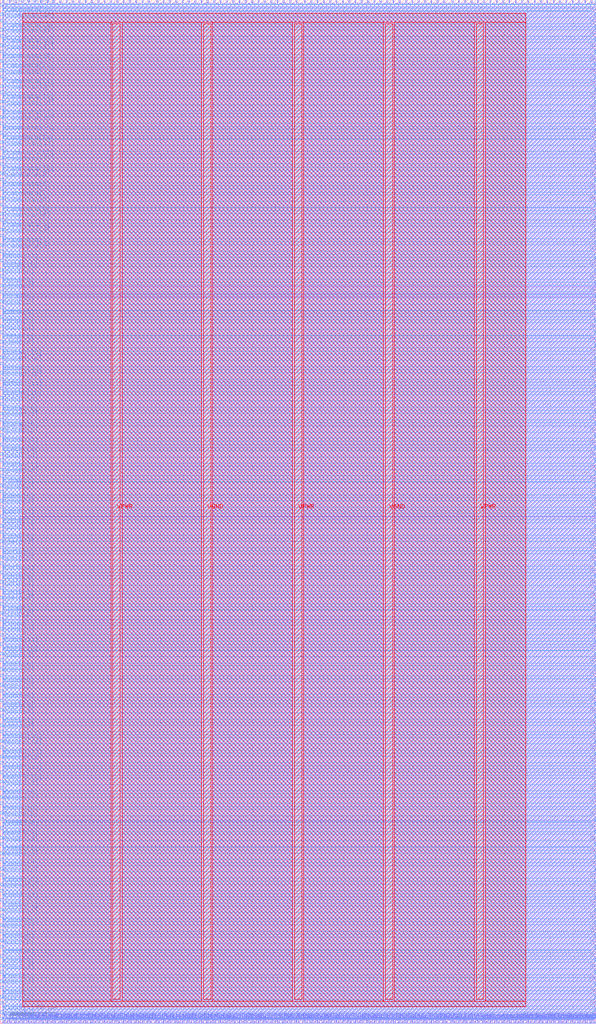
<source format=lef>
VERSION 5.7 ;
  NOWIREEXTENSIONATPIN ON ;
  DIVIDERCHAR "/" ;
  BUSBITCHARS "[]" ;
MACRO RAM_IO
  CLASS BLOCK ;
  FOREIGN RAM_IO ;
  ORIGIN 0.000 0.000 ;
  SIZE 130.000 BY 223.115 ;
  PIN Config_accessC_bit0
    DIRECTION OUTPUT TRISTATE ;
    USE SIGNAL ;
    PORT
      LAYER met3 ;
        RECT 129.200 45.600 130.000 46.200 ;
    END
  END Config_accessC_bit0
  PIN Config_accessC_bit1
    DIRECTION OUTPUT TRISTATE ;
    USE SIGNAL ;
    PORT
      LAYER met3 ;
        RECT 129.200 48.320 130.000 48.920 ;
    END
  END Config_accessC_bit1
  PIN Config_accessC_bit2
    DIRECTION OUTPUT TRISTATE ;
    USE SIGNAL ;
    PORT
      LAYER met3 ;
        RECT 129.200 51.040 130.000 51.640 ;
    END
  END Config_accessC_bit2
  PIN Config_accessC_bit3
    DIRECTION OUTPUT TRISTATE ;
    USE SIGNAL ;
    PORT
      LAYER met3 ;
        RECT 129.200 53.760 130.000 54.360 ;
    END
  END Config_accessC_bit3
  PIN E1END[0]
    DIRECTION INPUT ;
    USE SIGNAL ;
    PORT
      LAYER met3 ;
        RECT 0.000 84.360 0.800 84.960 ;
    END
  END E1END[0]
  PIN E1END[1]
    DIRECTION INPUT ;
    USE SIGNAL ;
    PORT
      LAYER met3 ;
        RECT 0.000 85.720 0.800 86.320 ;
    END
  END E1END[1]
  PIN E1END[2]
    DIRECTION INPUT ;
    USE SIGNAL ;
    PORT
      LAYER met3 ;
        RECT 0.000 87.760 0.800 88.360 ;
    END
  END E1END[2]
  PIN E1END[3]
    DIRECTION INPUT ;
    USE SIGNAL ;
    PORT
      LAYER met3 ;
        RECT 0.000 89.120 0.800 89.720 ;
    END
  END E1END[3]
  PIN E2END[0]
    DIRECTION INPUT ;
    USE SIGNAL ;
    PORT
      LAYER met3 ;
        RECT 0.000 104.760 0.800 105.360 ;
    END
  END E2END[0]
  PIN E2END[1]
    DIRECTION INPUT ;
    USE SIGNAL ;
    PORT
      LAYER met3 ;
        RECT 0.000 106.800 0.800 107.400 ;
    END
  END E2END[1]
  PIN E2END[2]
    DIRECTION INPUT ;
    USE SIGNAL ;
    PORT
      LAYER met3 ;
        RECT 0.000 108.160 0.800 108.760 ;
    END
  END E2END[2]
  PIN E2END[3]
    DIRECTION INPUT ;
    USE SIGNAL ;
    PORT
      LAYER met3 ;
        RECT 0.000 110.200 0.800 110.800 ;
    END
  END E2END[3]
  PIN E2END[4]
    DIRECTION INPUT ;
    USE SIGNAL ;
    PORT
      LAYER met3 ;
        RECT 0.000 112.240 0.800 112.840 ;
    END
  END E2END[4]
  PIN E2END[5]
    DIRECTION INPUT ;
    USE SIGNAL ;
    PORT
      LAYER met3 ;
        RECT 0.000 113.600 0.800 114.200 ;
    END
  END E2END[5]
  PIN E2END[6]
    DIRECTION INPUT ;
    USE SIGNAL ;
    PORT
      LAYER met3 ;
        RECT 0.000 115.640 0.800 116.240 ;
    END
  END E2END[6]
  PIN E2END[7]
    DIRECTION INPUT ;
    USE SIGNAL ;
    PORT
      LAYER met3 ;
        RECT 0.000 117.000 0.800 117.600 ;
    END
  END E2END[7]
  PIN E2MID[0]
    DIRECTION INPUT ;
    USE SIGNAL ;
    PORT
      LAYER met3 ;
        RECT 0.000 91.160 0.800 91.760 ;
    END
  END E2MID[0]
  PIN E2MID[1]
    DIRECTION INPUT ;
    USE SIGNAL ;
    PORT
      LAYER met3 ;
        RECT 0.000 92.520 0.800 93.120 ;
    END
  END E2MID[1]
  PIN E2MID[2]
    DIRECTION INPUT ;
    USE SIGNAL ;
    PORT
      LAYER met3 ;
        RECT 0.000 94.560 0.800 95.160 ;
    END
  END E2MID[2]
  PIN E2MID[3]
    DIRECTION INPUT ;
    USE SIGNAL ;
    PORT
      LAYER met3 ;
        RECT 0.000 95.920 0.800 96.520 ;
    END
  END E2MID[3]
  PIN E2MID[4]
    DIRECTION INPUT ;
    USE SIGNAL ;
    PORT
      LAYER met3 ;
        RECT 0.000 97.960 0.800 98.560 ;
    END
  END E2MID[4]
  PIN E2MID[5]
    DIRECTION INPUT ;
    USE SIGNAL ;
    PORT
      LAYER met3 ;
        RECT 0.000 100.000 0.800 100.600 ;
    END
  END E2MID[5]
  PIN E2MID[6]
    DIRECTION INPUT ;
    USE SIGNAL ;
    PORT
      LAYER met3 ;
        RECT 0.000 101.360 0.800 101.960 ;
    END
  END E2MID[6]
  PIN E2MID[7]
    DIRECTION INPUT ;
    USE SIGNAL ;
    PORT
      LAYER met3 ;
        RECT 0.000 103.400 0.800 104.000 ;
    END
  END E2MID[7]
  PIN E6END[0]
    DIRECTION INPUT ;
    USE SIGNAL ;
    PORT
      LAYER met3 ;
        RECT 0.000 146.920 0.800 147.520 ;
    END
  END E6END[0]
  PIN E6END[10]
    DIRECTION INPUT ;
    USE SIGNAL ;
    PORT
      LAYER met3 ;
        RECT 0.000 163.920 0.800 164.520 ;
    END
  END E6END[10]
  PIN E6END[11]
    DIRECTION INPUT ;
    USE SIGNAL ;
    PORT
      LAYER met3 ;
        RECT 0.000 165.960 0.800 166.560 ;
    END
  END E6END[11]
  PIN E6END[1]
    DIRECTION INPUT ;
    USE SIGNAL ;
    PORT
      LAYER met3 ;
        RECT 0.000 148.280 0.800 148.880 ;
    END
  END E6END[1]
  PIN E6END[2]
    DIRECTION INPUT ;
    USE SIGNAL ;
    PORT
      LAYER met3 ;
        RECT 0.000 150.320 0.800 150.920 ;
    END
  END E6END[2]
  PIN E6END[3]
    DIRECTION INPUT ;
    USE SIGNAL ;
    PORT
      LAYER met3 ;
        RECT 0.000 151.680 0.800 152.280 ;
    END
  END E6END[3]
  PIN E6END[4]
    DIRECTION INPUT ;
    USE SIGNAL ;
    PORT
      LAYER met3 ;
        RECT 0.000 153.720 0.800 154.320 ;
    END
  END E6END[4]
  PIN E6END[5]
    DIRECTION INPUT ;
    USE SIGNAL ;
    PORT
      LAYER met3 ;
        RECT 0.000 155.760 0.800 156.360 ;
    END
  END E6END[5]
  PIN E6END[6]
    DIRECTION INPUT ;
    USE SIGNAL ;
    PORT
      LAYER met3 ;
        RECT 0.000 157.120 0.800 157.720 ;
    END
  END E6END[6]
  PIN E6END[7]
    DIRECTION INPUT ;
    USE SIGNAL ;
    PORT
      LAYER met3 ;
        RECT 0.000 159.160 0.800 159.760 ;
    END
  END E6END[7]
  PIN E6END[8]
    DIRECTION INPUT ;
    USE SIGNAL ;
    PORT
      LAYER met3 ;
        RECT 0.000 160.520 0.800 161.120 ;
    END
  END E6END[8]
  PIN E6END[9]
    DIRECTION INPUT ;
    USE SIGNAL ;
    PORT
      LAYER met3 ;
        RECT 0.000 162.560 0.800 163.160 ;
    END
  END E6END[9]
  PIN EE4END[0]
    DIRECTION INPUT ;
    USE SIGNAL ;
    PORT
      LAYER met3 ;
        RECT 0.000 119.040 0.800 119.640 ;
    END
  END EE4END[0]
  PIN EE4END[10]
    DIRECTION INPUT ;
    USE SIGNAL ;
    PORT
      LAYER met3 ;
        RECT 0.000 136.040 0.800 136.640 ;
    END
  END EE4END[10]
  PIN EE4END[11]
    DIRECTION INPUT ;
    USE SIGNAL ;
    PORT
      LAYER met3 ;
        RECT 0.000 138.080 0.800 138.680 ;
    END
  END EE4END[11]
  PIN EE4END[12]
    DIRECTION INPUT ;
    USE SIGNAL ;
    PORT
      LAYER met3 ;
        RECT 0.000 140.120 0.800 140.720 ;
    END
  END EE4END[12]
  PIN EE4END[13]
    DIRECTION INPUT ;
    USE SIGNAL ;
    PORT
      LAYER met3 ;
        RECT 0.000 141.480 0.800 142.080 ;
    END
  END EE4END[13]
  PIN EE4END[14]
    DIRECTION INPUT ;
    USE SIGNAL ;
    PORT
      LAYER met3 ;
        RECT 0.000 143.520 0.800 144.120 ;
    END
  END EE4END[14]
  PIN EE4END[15]
    DIRECTION INPUT ;
    USE SIGNAL ;
    PORT
      LAYER met3 ;
        RECT 0.000 144.880 0.800 145.480 ;
    END
  END EE4END[15]
  PIN EE4END[1]
    DIRECTION INPUT ;
    USE SIGNAL ;
    PORT
      LAYER met3 ;
        RECT 0.000 120.400 0.800 121.000 ;
    END
  END EE4END[1]
  PIN EE4END[2]
    DIRECTION INPUT ;
    USE SIGNAL ;
    PORT
      LAYER met3 ;
        RECT 0.000 122.440 0.800 123.040 ;
    END
  END EE4END[2]
  PIN EE4END[3]
    DIRECTION INPUT ;
    USE SIGNAL ;
    PORT
      LAYER met3 ;
        RECT 0.000 123.800 0.800 124.400 ;
    END
  END EE4END[3]
  PIN EE4END[4]
    DIRECTION INPUT ;
    USE SIGNAL ;
    PORT
      LAYER met3 ;
        RECT 0.000 125.840 0.800 126.440 ;
    END
  END EE4END[4]
  PIN EE4END[5]
    DIRECTION INPUT ;
    USE SIGNAL ;
    PORT
      LAYER met3 ;
        RECT 0.000 127.880 0.800 128.480 ;
    END
  END EE4END[5]
  PIN EE4END[6]
    DIRECTION INPUT ;
    USE SIGNAL ;
    PORT
      LAYER met3 ;
        RECT 0.000 129.240 0.800 129.840 ;
    END
  END EE4END[6]
  PIN EE4END[7]
    DIRECTION INPUT ;
    USE SIGNAL ;
    PORT
      LAYER met3 ;
        RECT 0.000 131.280 0.800 131.880 ;
    END
  END EE4END[7]
  PIN EE4END[8]
    DIRECTION INPUT ;
    USE SIGNAL ;
    PORT
      LAYER met3 ;
        RECT 0.000 132.640 0.800 133.240 ;
    END
  END EE4END[8]
  PIN EE4END[9]
    DIRECTION INPUT ;
    USE SIGNAL ;
    PORT
      LAYER met3 ;
        RECT 0.000 134.680 0.800 135.280 ;
    END
  END EE4END[9]
  PIN FAB2RAM_A0_O0
    DIRECTION OUTPUT TRISTATE ;
    USE SIGNAL ;
    PORT
      LAYER met3 ;
        RECT 129.200 78.920 130.000 79.520 ;
    END
  END FAB2RAM_A0_O0
  PIN FAB2RAM_A0_O1
    DIRECTION OUTPUT TRISTATE ;
    USE SIGNAL ;
    PORT
      LAYER met3 ;
        RECT 129.200 81.640 130.000 82.240 ;
    END
  END FAB2RAM_A0_O1
  PIN FAB2RAM_A0_O2
    DIRECTION OUTPUT TRISTATE ;
    USE SIGNAL ;
    PORT
      LAYER met3 ;
        RECT 129.200 85.040 130.000 85.640 ;
    END
  END FAB2RAM_A0_O2
  PIN FAB2RAM_A0_O3
    DIRECTION OUTPUT TRISTATE ;
    USE SIGNAL ;
    PORT
      LAYER met3 ;
        RECT 129.200 87.760 130.000 88.360 ;
    END
  END FAB2RAM_A0_O3
  PIN FAB2RAM_A1_O0
    DIRECTION OUTPUT TRISTATE ;
    USE SIGNAL ;
    PORT
      LAYER met3 ;
        RECT 129.200 68.040 130.000 68.640 ;
    END
  END FAB2RAM_A1_O0
  PIN FAB2RAM_A1_O1
    DIRECTION OUTPUT TRISTATE ;
    USE SIGNAL ;
    PORT
      LAYER met3 ;
        RECT 129.200 70.760 130.000 71.360 ;
    END
  END FAB2RAM_A1_O1
  PIN FAB2RAM_A1_O2
    DIRECTION OUTPUT TRISTATE ;
    USE SIGNAL ;
    PORT
      LAYER met3 ;
        RECT 129.200 73.480 130.000 74.080 ;
    END
  END FAB2RAM_A1_O2
  PIN FAB2RAM_A1_O3
    DIRECTION OUTPUT TRISTATE ;
    USE SIGNAL ;
    PORT
      LAYER met3 ;
        RECT 129.200 76.200 130.000 76.800 ;
    END
  END FAB2RAM_A1_O3
  PIN FAB2RAM_C_O0
    DIRECTION OUTPUT TRISTATE ;
    USE SIGNAL ;
    PORT
      LAYER met3 ;
        RECT 129.200 57.160 130.000 57.760 ;
    END
  END FAB2RAM_C_O0
  PIN FAB2RAM_C_O1
    DIRECTION OUTPUT TRISTATE ;
    USE SIGNAL ;
    PORT
      LAYER met3 ;
        RECT 129.200 59.880 130.000 60.480 ;
    END
  END FAB2RAM_C_O1
  PIN FAB2RAM_C_O2
    DIRECTION OUTPUT TRISTATE ;
    USE SIGNAL ;
    PORT
      LAYER met3 ;
        RECT 129.200 62.600 130.000 63.200 ;
    END
  END FAB2RAM_C_O2
  PIN FAB2RAM_C_O3
    DIRECTION OUTPUT TRISTATE ;
    USE SIGNAL ;
    PORT
      LAYER met3 ;
        RECT 129.200 65.320 130.000 65.920 ;
    END
  END FAB2RAM_C_O3
  PIN FAB2RAM_D0_O0
    DIRECTION OUTPUT TRISTATE ;
    USE SIGNAL ;
    PORT
      LAYER met3 ;
        RECT 129.200 123.800 130.000 124.400 ;
    END
  END FAB2RAM_D0_O0
  PIN FAB2RAM_D0_O1
    DIRECTION OUTPUT TRISTATE ;
    USE SIGNAL ;
    PORT
      LAYER met3 ;
        RECT 129.200 126.520 130.000 127.120 ;
    END
  END FAB2RAM_D0_O1
  PIN FAB2RAM_D0_O2
    DIRECTION OUTPUT TRISTATE ;
    USE SIGNAL ;
    PORT
      LAYER met3 ;
        RECT 129.200 129.240 130.000 129.840 ;
    END
  END FAB2RAM_D0_O2
  PIN FAB2RAM_D0_O3
    DIRECTION OUTPUT TRISTATE ;
    USE SIGNAL ;
    PORT
      LAYER met3 ;
        RECT 129.200 131.960 130.000 132.560 ;
    END
  END FAB2RAM_D0_O3
  PIN FAB2RAM_D1_O0
    DIRECTION OUTPUT TRISTATE ;
    USE SIGNAL ;
    PORT
      LAYER met3 ;
        RECT 129.200 112.920 130.000 113.520 ;
    END
  END FAB2RAM_D1_O0
  PIN FAB2RAM_D1_O1
    DIRECTION OUTPUT TRISTATE ;
    USE SIGNAL ;
    PORT
      LAYER met3 ;
        RECT 129.200 115.640 130.000 116.240 ;
    END
  END FAB2RAM_D1_O1
  PIN FAB2RAM_D1_O2
    DIRECTION OUTPUT TRISTATE ;
    USE SIGNAL ;
    PORT
      LAYER met3 ;
        RECT 129.200 118.360 130.000 118.960 ;
    END
  END FAB2RAM_D1_O2
  PIN FAB2RAM_D1_O3
    DIRECTION OUTPUT TRISTATE ;
    USE SIGNAL ;
    PORT
      LAYER met3 ;
        RECT 129.200 121.080 130.000 121.680 ;
    END
  END FAB2RAM_D1_O3
  PIN FAB2RAM_D2_O0
    DIRECTION OUTPUT TRISTATE ;
    USE SIGNAL ;
    PORT
      LAYER met3 ;
        RECT 129.200 101.360 130.000 101.960 ;
    END
  END FAB2RAM_D2_O0
  PIN FAB2RAM_D2_O1
    DIRECTION OUTPUT TRISTATE ;
    USE SIGNAL ;
    PORT
      LAYER met3 ;
        RECT 129.200 104.080 130.000 104.680 ;
    END
  END FAB2RAM_D2_O1
  PIN FAB2RAM_D2_O2
    DIRECTION OUTPUT TRISTATE ;
    USE SIGNAL ;
    PORT
      LAYER met3 ;
        RECT 129.200 106.800 130.000 107.400 ;
    END
  END FAB2RAM_D2_O2
  PIN FAB2RAM_D2_O3
    DIRECTION OUTPUT TRISTATE ;
    USE SIGNAL ;
    PORT
      LAYER met3 ;
        RECT 129.200 109.520 130.000 110.120 ;
    END
  END FAB2RAM_D2_O3
  PIN FAB2RAM_D3_O0
    DIRECTION OUTPUT TRISTATE ;
    USE SIGNAL ;
    PORT
      LAYER met3 ;
        RECT 129.200 90.480 130.000 91.080 ;
    END
  END FAB2RAM_D3_O0
  PIN FAB2RAM_D3_O1
    DIRECTION OUTPUT TRISTATE ;
    USE SIGNAL ;
    PORT
      LAYER met3 ;
        RECT 129.200 93.200 130.000 93.800 ;
    END
  END FAB2RAM_D3_O1
  PIN FAB2RAM_D3_O2
    DIRECTION OUTPUT TRISTATE ;
    USE SIGNAL ;
    PORT
      LAYER met3 ;
        RECT 129.200 95.920 130.000 96.520 ;
    END
  END FAB2RAM_D3_O2
  PIN FAB2RAM_D3_O3
    DIRECTION OUTPUT TRISTATE ;
    USE SIGNAL ;
    PORT
      LAYER met3 ;
        RECT 129.200 98.640 130.000 99.240 ;
    END
  END FAB2RAM_D3_O3
  PIN FrameData[0]
    DIRECTION INPUT ;
    USE SIGNAL ;
    PORT
      LAYER met3 ;
        RECT 0.000 168.000 0.800 168.600 ;
    END
  END FrameData[0]
  PIN FrameData[10]
    DIRECTION INPUT ;
    USE SIGNAL ;
    PORT
      LAYER met3 ;
        RECT 0.000 185.000 0.800 185.600 ;
    END
  END FrameData[10]
  PIN FrameData[11]
    DIRECTION INPUT ;
    USE SIGNAL ;
    PORT
      LAYER met3 ;
        RECT 0.000 187.040 0.800 187.640 ;
    END
  END FrameData[11]
  PIN FrameData[12]
    DIRECTION INPUT ;
    USE SIGNAL ;
    PORT
      LAYER met3 ;
        RECT 0.000 188.400 0.800 189.000 ;
    END
  END FrameData[12]
  PIN FrameData[13]
    DIRECTION INPUT ;
    USE SIGNAL ;
    PORT
      LAYER met3 ;
        RECT 0.000 190.440 0.800 191.040 ;
    END
  END FrameData[13]
  PIN FrameData[14]
    DIRECTION INPUT ;
    USE SIGNAL ;
    PORT
      LAYER met3 ;
        RECT 0.000 191.800 0.800 192.400 ;
    END
  END FrameData[14]
  PIN FrameData[15]
    DIRECTION INPUT ;
    USE SIGNAL ;
    PORT
      LAYER met3 ;
        RECT 0.000 193.840 0.800 194.440 ;
    END
  END FrameData[15]
  PIN FrameData[16]
    DIRECTION INPUT ;
    USE SIGNAL ;
    PORT
      LAYER met3 ;
        RECT 0.000 195.880 0.800 196.480 ;
    END
  END FrameData[16]
  PIN FrameData[17]
    DIRECTION INPUT ;
    USE SIGNAL ;
    PORT
      LAYER met3 ;
        RECT 0.000 197.240 0.800 197.840 ;
    END
  END FrameData[17]
  PIN FrameData[18]
    DIRECTION INPUT ;
    USE SIGNAL ;
    PORT
      LAYER met3 ;
        RECT 0.000 199.280 0.800 199.880 ;
    END
  END FrameData[18]
  PIN FrameData[19]
    DIRECTION INPUT ;
    USE SIGNAL ;
    PORT
      LAYER met3 ;
        RECT 0.000 200.640 0.800 201.240 ;
    END
  END FrameData[19]
  PIN FrameData[1]
    DIRECTION INPUT ;
    USE SIGNAL ;
    PORT
      LAYER met3 ;
        RECT 0.000 169.360 0.800 169.960 ;
    END
  END FrameData[1]
  PIN FrameData[20]
    DIRECTION INPUT ;
    USE SIGNAL ;
    PORT
      LAYER met3 ;
        RECT 0.000 202.680 0.800 203.280 ;
    END
  END FrameData[20]
  PIN FrameData[21]
    DIRECTION INPUT ;
    USE SIGNAL ;
    PORT
      LAYER met3 ;
        RECT 0.000 204.040 0.800 204.640 ;
    END
  END FrameData[21]
  PIN FrameData[22]
    DIRECTION INPUT ;
    USE SIGNAL ;
    PORT
      LAYER met3 ;
        RECT 0.000 206.080 0.800 206.680 ;
    END
  END FrameData[22]
  PIN FrameData[23]
    DIRECTION INPUT ;
    USE SIGNAL ;
    PORT
      LAYER met3 ;
        RECT 0.000 207.440 0.800 208.040 ;
    END
  END FrameData[23]
  PIN FrameData[24]
    DIRECTION INPUT ;
    USE SIGNAL ;
    PORT
      LAYER met3 ;
        RECT 0.000 209.480 0.800 210.080 ;
    END
  END FrameData[24]
  PIN FrameData[25]
    DIRECTION INPUT ;
    USE SIGNAL ;
    PORT
      LAYER met3 ;
        RECT 0.000 211.520 0.800 212.120 ;
    END
  END FrameData[25]
  PIN FrameData[26]
    DIRECTION INPUT ;
    USE SIGNAL ;
    PORT
      LAYER met3 ;
        RECT 0.000 212.880 0.800 213.480 ;
    END
  END FrameData[26]
  PIN FrameData[27]
    DIRECTION INPUT ;
    USE SIGNAL ;
    PORT
      LAYER met3 ;
        RECT 0.000 214.920 0.800 215.520 ;
    END
  END FrameData[27]
  PIN FrameData[28]
    DIRECTION INPUT ;
    USE SIGNAL ;
    PORT
      LAYER met3 ;
        RECT 0.000 216.280 0.800 216.880 ;
    END
  END FrameData[28]
  PIN FrameData[29]
    DIRECTION INPUT ;
    USE SIGNAL ;
    PORT
      LAYER met3 ;
        RECT 0.000 218.320 0.800 218.920 ;
    END
  END FrameData[29]
  PIN FrameData[2]
    DIRECTION INPUT ;
    USE SIGNAL ;
    PORT
      LAYER met3 ;
        RECT 0.000 171.400 0.800 172.000 ;
    END
  END FrameData[2]
  PIN FrameData[30]
    DIRECTION INPUT ;
    USE SIGNAL ;
    PORT
      LAYER met3 ;
        RECT 0.000 219.680 0.800 220.280 ;
    END
  END FrameData[30]
  PIN FrameData[31]
    DIRECTION INPUT ;
    USE SIGNAL ;
    PORT
      LAYER met3 ;
        RECT 0.000 221.720 0.800 222.320 ;
    END
  END FrameData[31]
  PIN FrameData[3]
    DIRECTION INPUT ;
    USE SIGNAL ;
    PORT
      LAYER met3 ;
        RECT 0.000 172.760 0.800 173.360 ;
    END
  END FrameData[3]
  PIN FrameData[4]
    DIRECTION INPUT ;
    USE SIGNAL ;
    PORT
      LAYER met3 ;
        RECT 0.000 174.800 0.800 175.400 ;
    END
  END FrameData[4]
  PIN FrameData[5]
    DIRECTION INPUT ;
    USE SIGNAL ;
    PORT
      LAYER met3 ;
        RECT 0.000 176.160 0.800 176.760 ;
    END
  END FrameData[5]
  PIN FrameData[6]
    DIRECTION INPUT ;
    USE SIGNAL ;
    PORT
      LAYER met3 ;
        RECT 0.000 178.200 0.800 178.800 ;
    END
  END FrameData[6]
  PIN FrameData[7]
    DIRECTION INPUT ;
    USE SIGNAL ;
    PORT
      LAYER met3 ;
        RECT 0.000 179.560 0.800 180.160 ;
    END
  END FrameData[7]
  PIN FrameData[8]
    DIRECTION INPUT ;
    USE SIGNAL ;
    PORT
      LAYER met3 ;
        RECT 0.000 181.600 0.800 182.200 ;
    END
  END FrameData[8]
  PIN FrameData[9]
    DIRECTION INPUT ;
    USE SIGNAL ;
    PORT
      LAYER met3 ;
        RECT 0.000 183.640 0.800 184.240 ;
    END
  END FrameData[9]
  PIN FrameData_O[0]
    DIRECTION OUTPUT TRISTATE ;
    USE SIGNAL ;
    PORT
      LAYER met3 ;
        RECT 129.200 134.680 130.000 135.280 ;
    END
  END FrameData_O[0]
  PIN FrameData_O[10]
    DIRECTION OUTPUT TRISTATE ;
    USE SIGNAL ;
    PORT
      LAYER met3 ;
        RECT 129.200 162.560 130.000 163.160 ;
    END
  END FrameData_O[10]
  PIN FrameData_O[11]
    DIRECTION OUTPUT TRISTATE ;
    USE SIGNAL ;
    PORT
      LAYER met3 ;
        RECT 129.200 165.280 130.000 165.880 ;
    END
  END FrameData_O[11]
  PIN FrameData_O[12]
    DIRECTION OUTPUT TRISTATE ;
    USE SIGNAL ;
    PORT
      LAYER met3 ;
        RECT 129.200 168.680 130.000 169.280 ;
    END
  END FrameData_O[12]
  PIN FrameData_O[13]
    DIRECTION OUTPUT TRISTATE ;
    USE SIGNAL ;
    PORT
      LAYER met3 ;
        RECT 129.200 171.400 130.000 172.000 ;
    END
  END FrameData_O[13]
  PIN FrameData_O[14]
    DIRECTION OUTPUT TRISTATE ;
    USE SIGNAL ;
    PORT
      LAYER met3 ;
        RECT 129.200 174.120 130.000 174.720 ;
    END
  END FrameData_O[14]
  PIN FrameData_O[15]
    DIRECTION OUTPUT TRISTATE ;
    USE SIGNAL ;
    PORT
      LAYER met3 ;
        RECT 129.200 176.840 130.000 177.440 ;
    END
  END FrameData_O[15]
  PIN FrameData_O[16]
    DIRECTION OUTPUT TRISTATE ;
    USE SIGNAL ;
    PORT
      LAYER met3 ;
        RECT 129.200 179.560 130.000 180.160 ;
    END
  END FrameData_O[16]
  PIN FrameData_O[17]
    DIRECTION OUTPUT TRISTATE ;
    USE SIGNAL ;
    PORT
      LAYER met3 ;
        RECT 129.200 182.280 130.000 182.880 ;
    END
  END FrameData_O[17]
  PIN FrameData_O[18]
    DIRECTION OUTPUT TRISTATE ;
    USE SIGNAL ;
    PORT
      LAYER met3 ;
        RECT 129.200 185.000 130.000 185.600 ;
    END
  END FrameData_O[18]
  PIN FrameData_O[19]
    DIRECTION OUTPUT TRISTATE ;
    USE SIGNAL ;
    PORT
      LAYER met3 ;
        RECT 129.200 187.720 130.000 188.320 ;
    END
  END FrameData_O[19]
  PIN FrameData_O[1]
    DIRECTION OUTPUT TRISTATE ;
    USE SIGNAL ;
    PORT
      LAYER met3 ;
        RECT 129.200 137.400 130.000 138.000 ;
    END
  END FrameData_O[1]
  PIN FrameData_O[20]
    DIRECTION OUTPUT TRISTATE ;
    USE SIGNAL ;
    PORT
      LAYER met3 ;
        RECT 129.200 190.440 130.000 191.040 ;
    END
  END FrameData_O[20]
  PIN FrameData_O[21]
    DIRECTION OUTPUT TRISTATE ;
    USE SIGNAL ;
    PORT
      LAYER met3 ;
        RECT 129.200 193.160 130.000 193.760 ;
    END
  END FrameData_O[21]
  PIN FrameData_O[22]
    DIRECTION OUTPUT TRISTATE ;
    USE SIGNAL ;
    PORT
      LAYER met3 ;
        RECT 129.200 196.560 130.000 197.160 ;
    END
  END FrameData_O[22]
  PIN FrameData_O[23]
    DIRECTION OUTPUT TRISTATE ;
    USE SIGNAL ;
    PORT
      LAYER met3 ;
        RECT 129.200 199.280 130.000 199.880 ;
    END
  END FrameData_O[23]
  PIN FrameData_O[24]
    DIRECTION OUTPUT TRISTATE ;
    USE SIGNAL ;
    PORT
      LAYER met3 ;
        RECT 129.200 202.000 130.000 202.600 ;
    END
  END FrameData_O[24]
  PIN FrameData_O[25]
    DIRECTION OUTPUT TRISTATE ;
    USE SIGNAL ;
    PORT
      LAYER met3 ;
        RECT 129.200 204.720 130.000 205.320 ;
    END
  END FrameData_O[25]
  PIN FrameData_O[26]
    DIRECTION OUTPUT TRISTATE ;
    USE SIGNAL ;
    PORT
      LAYER met3 ;
        RECT 129.200 207.440 130.000 208.040 ;
    END
  END FrameData_O[26]
  PIN FrameData_O[27]
    DIRECTION OUTPUT TRISTATE ;
    USE SIGNAL ;
    PORT
      LAYER met3 ;
        RECT 129.200 210.160 130.000 210.760 ;
    END
  END FrameData_O[27]
  PIN FrameData_O[28]
    DIRECTION OUTPUT TRISTATE ;
    USE SIGNAL ;
    PORT
      LAYER met3 ;
        RECT 129.200 212.880 130.000 213.480 ;
    END
  END FrameData_O[28]
  PIN FrameData_O[29]
    DIRECTION OUTPUT TRISTATE ;
    USE SIGNAL ;
    PORT
      LAYER met3 ;
        RECT 129.200 215.600 130.000 216.200 ;
    END
  END FrameData_O[29]
  PIN FrameData_O[2]
    DIRECTION OUTPUT TRISTATE ;
    USE SIGNAL ;
    PORT
      LAYER met3 ;
        RECT 129.200 140.800 130.000 141.400 ;
    END
  END FrameData_O[2]
  PIN FrameData_O[30]
    DIRECTION OUTPUT TRISTATE ;
    USE SIGNAL ;
    PORT
      LAYER met3 ;
        RECT 129.200 218.320 130.000 218.920 ;
    END
  END FrameData_O[30]
  PIN FrameData_O[31]
    DIRECTION OUTPUT TRISTATE ;
    USE SIGNAL ;
    PORT
      LAYER met3 ;
        RECT 129.200 221.040 130.000 221.640 ;
    END
  END FrameData_O[31]
  PIN FrameData_O[3]
    DIRECTION OUTPUT TRISTATE ;
    USE SIGNAL ;
    PORT
      LAYER met3 ;
        RECT 129.200 143.520 130.000 144.120 ;
    END
  END FrameData_O[3]
  PIN FrameData_O[4]
    DIRECTION OUTPUT TRISTATE ;
    USE SIGNAL ;
    PORT
      LAYER met3 ;
        RECT 129.200 146.240 130.000 146.840 ;
    END
  END FrameData_O[4]
  PIN FrameData_O[5]
    DIRECTION OUTPUT TRISTATE ;
    USE SIGNAL ;
    PORT
      LAYER met3 ;
        RECT 129.200 148.960 130.000 149.560 ;
    END
  END FrameData_O[5]
  PIN FrameData_O[6]
    DIRECTION OUTPUT TRISTATE ;
    USE SIGNAL ;
    PORT
      LAYER met3 ;
        RECT 129.200 151.680 130.000 152.280 ;
    END
  END FrameData_O[6]
  PIN FrameData_O[7]
    DIRECTION OUTPUT TRISTATE ;
    USE SIGNAL ;
    PORT
      LAYER met3 ;
        RECT 129.200 154.400 130.000 155.000 ;
    END
  END FrameData_O[7]
  PIN FrameData_O[8]
    DIRECTION OUTPUT TRISTATE ;
    USE SIGNAL ;
    PORT
      LAYER met3 ;
        RECT 129.200 157.120 130.000 157.720 ;
    END
  END FrameData_O[8]
  PIN FrameData_O[9]
    DIRECTION OUTPUT TRISTATE ;
    USE SIGNAL ;
    PORT
      LAYER met3 ;
        RECT 129.200 159.840 130.000 160.440 ;
    END
  END FrameData_O[9]
  PIN FrameStrobe[0]
    DIRECTION INPUT ;
    USE SIGNAL ;
    PORT
      LAYER met2 ;
        RECT 102.670 0.000 102.950 0.800 ;
    END
  END FrameStrobe[0]
  PIN FrameStrobe[10]
    DIRECTION INPUT ;
    USE SIGNAL ;
    PORT
      LAYER met2 ;
        RECT 116.470 0.000 116.750 0.800 ;
    END
  END FrameStrobe[10]
  PIN FrameStrobe[11]
    DIRECTION INPUT ;
    USE SIGNAL ;
    PORT
      LAYER met2 ;
        RECT 117.850 0.000 118.130 0.800 ;
    END
  END FrameStrobe[11]
  PIN FrameStrobe[12]
    DIRECTION INPUT ;
    USE SIGNAL ;
    PORT
      LAYER met2 ;
        RECT 119.230 0.000 119.510 0.800 ;
    END
  END FrameStrobe[12]
  PIN FrameStrobe[13]
    DIRECTION INPUT ;
    USE SIGNAL ;
    PORT
      LAYER met2 ;
        RECT 120.610 0.000 120.890 0.800 ;
    END
  END FrameStrobe[13]
  PIN FrameStrobe[14]
    DIRECTION INPUT ;
    USE SIGNAL ;
    PORT
      LAYER met2 ;
        RECT 121.990 0.000 122.270 0.800 ;
    END
  END FrameStrobe[14]
  PIN FrameStrobe[15]
    DIRECTION INPUT ;
    USE SIGNAL ;
    PORT
      LAYER met2 ;
        RECT 123.370 0.000 123.650 0.800 ;
    END
  END FrameStrobe[15]
  PIN FrameStrobe[16]
    DIRECTION INPUT ;
    USE SIGNAL ;
    PORT
      LAYER met2 ;
        RECT 124.750 0.000 125.030 0.800 ;
    END
  END FrameStrobe[16]
  PIN FrameStrobe[17]
    DIRECTION INPUT ;
    USE SIGNAL ;
    PORT
      LAYER met2 ;
        RECT 126.130 0.000 126.410 0.800 ;
    END
  END FrameStrobe[17]
  PIN FrameStrobe[18]
    DIRECTION INPUT ;
    USE SIGNAL ;
    PORT
      LAYER met2 ;
        RECT 127.510 0.000 127.790 0.800 ;
    END
  END FrameStrobe[18]
  PIN FrameStrobe[19]
    DIRECTION INPUT ;
    USE SIGNAL ;
    PORT
      LAYER met2 ;
        RECT 128.890 0.000 129.170 0.800 ;
    END
  END FrameStrobe[19]
  PIN FrameStrobe[1]
    DIRECTION INPUT ;
    USE SIGNAL ;
    PORT
      LAYER met2 ;
        RECT 104.050 0.000 104.330 0.800 ;
    END
  END FrameStrobe[1]
  PIN FrameStrobe[2]
    DIRECTION INPUT ;
    USE SIGNAL ;
    PORT
      LAYER met2 ;
        RECT 105.430 0.000 105.710 0.800 ;
    END
  END FrameStrobe[2]
  PIN FrameStrobe[3]
    DIRECTION INPUT ;
    USE SIGNAL ;
    PORT
      LAYER met2 ;
        RECT 106.810 0.000 107.090 0.800 ;
    END
  END FrameStrobe[3]
  PIN FrameStrobe[4]
    DIRECTION INPUT ;
    USE SIGNAL ;
    PORT
      LAYER met2 ;
        RECT 108.190 0.000 108.470 0.800 ;
    END
  END FrameStrobe[4]
  PIN FrameStrobe[5]
    DIRECTION INPUT ;
    USE SIGNAL ;
    PORT
      LAYER met2 ;
        RECT 109.570 0.000 109.850 0.800 ;
    END
  END FrameStrobe[5]
  PIN FrameStrobe[6]
    DIRECTION INPUT ;
    USE SIGNAL ;
    PORT
      LAYER met2 ;
        RECT 110.950 0.000 111.230 0.800 ;
    END
  END FrameStrobe[6]
  PIN FrameStrobe[7]
    DIRECTION INPUT ;
    USE SIGNAL ;
    PORT
      LAYER met2 ;
        RECT 112.330 0.000 112.610 0.800 ;
    END
  END FrameStrobe[7]
  PIN FrameStrobe[8]
    DIRECTION INPUT ;
    USE SIGNAL ;
    PORT
      LAYER met2 ;
        RECT 113.710 0.000 113.990 0.800 ;
    END
  END FrameStrobe[8]
  PIN FrameStrobe[9]
    DIRECTION INPUT ;
    USE SIGNAL ;
    PORT
      LAYER met2 ;
        RECT 115.090 0.000 115.370 0.800 ;
    END
  END FrameStrobe[9]
  PIN FrameStrobe_O[0]
    DIRECTION OUTPUT TRISTATE ;
    USE SIGNAL ;
    PORT
      LAYER met2 ;
        RECT 102.670 222.315 102.950 223.115 ;
    END
  END FrameStrobe_O[0]
  PIN FrameStrobe_O[10]
    DIRECTION OUTPUT TRISTATE ;
    USE SIGNAL ;
    PORT
      LAYER met2 ;
        RECT 116.470 222.315 116.750 223.115 ;
    END
  END FrameStrobe_O[10]
  PIN FrameStrobe_O[11]
    DIRECTION OUTPUT TRISTATE ;
    USE SIGNAL ;
    PORT
      LAYER met2 ;
        RECT 117.850 222.315 118.130 223.115 ;
    END
  END FrameStrobe_O[11]
  PIN FrameStrobe_O[12]
    DIRECTION OUTPUT TRISTATE ;
    USE SIGNAL ;
    PORT
      LAYER met2 ;
        RECT 119.230 222.315 119.510 223.115 ;
    END
  END FrameStrobe_O[12]
  PIN FrameStrobe_O[13]
    DIRECTION OUTPUT TRISTATE ;
    USE SIGNAL ;
    PORT
      LAYER met2 ;
        RECT 120.610 222.315 120.890 223.115 ;
    END
  END FrameStrobe_O[13]
  PIN FrameStrobe_O[14]
    DIRECTION OUTPUT TRISTATE ;
    USE SIGNAL ;
    PORT
      LAYER met2 ;
        RECT 121.990 222.315 122.270 223.115 ;
    END
  END FrameStrobe_O[14]
  PIN FrameStrobe_O[15]
    DIRECTION OUTPUT TRISTATE ;
    USE SIGNAL ;
    PORT
      LAYER met2 ;
        RECT 123.370 222.315 123.650 223.115 ;
    END
  END FrameStrobe_O[15]
  PIN FrameStrobe_O[16]
    DIRECTION OUTPUT TRISTATE ;
    USE SIGNAL ;
    PORT
      LAYER met2 ;
        RECT 124.750 222.315 125.030 223.115 ;
    END
  END FrameStrobe_O[16]
  PIN FrameStrobe_O[17]
    DIRECTION OUTPUT TRISTATE ;
    USE SIGNAL ;
    PORT
      LAYER met2 ;
        RECT 126.130 222.315 126.410 223.115 ;
    END
  END FrameStrobe_O[17]
  PIN FrameStrobe_O[18]
    DIRECTION OUTPUT TRISTATE ;
    USE SIGNAL ;
    PORT
      LAYER met2 ;
        RECT 127.510 222.315 127.790 223.115 ;
    END
  END FrameStrobe_O[18]
  PIN FrameStrobe_O[19]
    DIRECTION OUTPUT TRISTATE ;
    USE SIGNAL ;
    PORT
      LAYER met2 ;
        RECT 128.890 222.315 129.170 223.115 ;
    END
  END FrameStrobe_O[19]
  PIN FrameStrobe_O[1]
    DIRECTION OUTPUT TRISTATE ;
    USE SIGNAL ;
    PORT
      LAYER met2 ;
        RECT 104.050 222.315 104.330 223.115 ;
    END
  END FrameStrobe_O[1]
  PIN FrameStrobe_O[2]
    DIRECTION OUTPUT TRISTATE ;
    USE SIGNAL ;
    PORT
      LAYER met2 ;
        RECT 105.430 222.315 105.710 223.115 ;
    END
  END FrameStrobe_O[2]
  PIN FrameStrobe_O[3]
    DIRECTION OUTPUT TRISTATE ;
    USE SIGNAL ;
    PORT
      LAYER met2 ;
        RECT 106.810 222.315 107.090 223.115 ;
    END
  END FrameStrobe_O[3]
  PIN FrameStrobe_O[4]
    DIRECTION OUTPUT TRISTATE ;
    USE SIGNAL ;
    PORT
      LAYER met2 ;
        RECT 108.190 222.315 108.470 223.115 ;
    END
  END FrameStrobe_O[4]
  PIN FrameStrobe_O[5]
    DIRECTION OUTPUT TRISTATE ;
    USE SIGNAL ;
    PORT
      LAYER met2 ;
        RECT 109.570 222.315 109.850 223.115 ;
    END
  END FrameStrobe_O[5]
  PIN FrameStrobe_O[6]
    DIRECTION OUTPUT TRISTATE ;
    USE SIGNAL ;
    PORT
      LAYER met2 ;
        RECT 110.950 222.315 111.230 223.115 ;
    END
  END FrameStrobe_O[6]
  PIN FrameStrobe_O[7]
    DIRECTION OUTPUT TRISTATE ;
    USE SIGNAL ;
    PORT
      LAYER met2 ;
        RECT 112.330 222.315 112.610 223.115 ;
    END
  END FrameStrobe_O[7]
  PIN FrameStrobe_O[8]
    DIRECTION OUTPUT TRISTATE ;
    USE SIGNAL ;
    PORT
      LAYER met2 ;
        RECT 113.710 222.315 113.990 223.115 ;
    END
  END FrameStrobe_O[8]
  PIN FrameStrobe_O[9]
    DIRECTION OUTPUT TRISTATE ;
    USE SIGNAL ;
    PORT
      LAYER met2 ;
        RECT 115.090 222.315 115.370 223.115 ;
    END
  END FrameStrobe_O[9]
  PIN N1BEG[0]
    DIRECTION OUTPUT TRISTATE ;
    USE SIGNAL ;
    PORT
      LAYER met2 ;
        RECT 0.550 222.315 0.830 223.115 ;
    END
  END N1BEG[0]
  PIN N1BEG[1]
    DIRECTION OUTPUT TRISTATE ;
    USE SIGNAL ;
    PORT
      LAYER met2 ;
        RECT 1.930 222.315 2.210 223.115 ;
    END
  END N1BEG[1]
  PIN N1BEG[2]
    DIRECTION OUTPUT TRISTATE ;
    USE SIGNAL ;
    PORT
      LAYER met2 ;
        RECT 3.310 222.315 3.590 223.115 ;
    END
  END N1BEG[2]
  PIN N1BEG[3]
    DIRECTION OUTPUT TRISTATE ;
    USE SIGNAL ;
    PORT
      LAYER met2 ;
        RECT 4.690 222.315 4.970 223.115 ;
    END
  END N1BEG[3]
  PIN N1END[0]
    DIRECTION INPUT ;
    USE SIGNAL ;
    PORT
      LAYER met2 ;
        RECT 0.550 0.000 0.830 0.800 ;
    END
  END N1END[0]
  PIN N1END[1]
    DIRECTION INPUT ;
    USE SIGNAL ;
    PORT
      LAYER met2 ;
        RECT 1.930 0.000 2.210 0.800 ;
    END
  END N1END[1]
  PIN N1END[2]
    DIRECTION INPUT ;
    USE SIGNAL ;
    PORT
      LAYER met2 ;
        RECT 3.310 0.000 3.590 0.800 ;
    END
  END N1END[2]
  PIN N1END[3]
    DIRECTION INPUT ;
    USE SIGNAL ;
    PORT
      LAYER met2 ;
        RECT 4.690 0.000 4.970 0.800 ;
    END
  END N1END[3]
  PIN N2BEG[0]
    DIRECTION OUTPUT TRISTATE ;
    USE SIGNAL ;
    PORT
      LAYER met2 ;
        RECT 6.070 222.315 6.350 223.115 ;
    END
  END N2BEG[0]
  PIN N2BEG[1]
    DIRECTION OUTPUT TRISTATE ;
    USE SIGNAL ;
    PORT
      LAYER met2 ;
        RECT 7.450 222.315 7.730 223.115 ;
    END
  END N2BEG[1]
  PIN N2BEG[2]
    DIRECTION OUTPUT TRISTATE ;
    USE SIGNAL ;
    PORT
      LAYER met2 ;
        RECT 8.830 222.315 9.110 223.115 ;
    END
  END N2BEG[2]
  PIN N2BEG[3]
    DIRECTION OUTPUT TRISTATE ;
    USE SIGNAL ;
    PORT
      LAYER met2 ;
        RECT 10.210 222.315 10.490 223.115 ;
    END
  END N2BEG[3]
  PIN N2BEG[4]
    DIRECTION OUTPUT TRISTATE ;
    USE SIGNAL ;
    PORT
      LAYER met2 ;
        RECT 11.590 222.315 11.870 223.115 ;
    END
  END N2BEG[4]
  PIN N2BEG[5]
    DIRECTION OUTPUT TRISTATE ;
    USE SIGNAL ;
    PORT
      LAYER met2 ;
        RECT 12.970 222.315 13.250 223.115 ;
    END
  END N2BEG[5]
  PIN N2BEG[6]
    DIRECTION OUTPUT TRISTATE ;
    USE SIGNAL ;
    PORT
      LAYER met2 ;
        RECT 14.350 222.315 14.630 223.115 ;
    END
  END N2BEG[6]
  PIN N2BEG[7]
    DIRECTION OUTPUT TRISTATE ;
    USE SIGNAL ;
    PORT
      LAYER met2 ;
        RECT 15.730 222.315 16.010 223.115 ;
    END
  END N2BEG[7]
  PIN N2BEGb[0]
    DIRECTION OUTPUT TRISTATE ;
    USE SIGNAL ;
    PORT
      LAYER met2 ;
        RECT 17.110 222.315 17.390 223.115 ;
    END
  END N2BEGb[0]
  PIN N2BEGb[1]
    DIRECTION OUTPUT TRISTATE ;
    USE SIGNAL ;
    PORT
      LAYER met2 ;
        RECT 18.490 222.315 18.770 223.115 ;
    END
  END N2BEGb[1]
  PIN N2BEGb[2]
    DIRECTION OUTPUT TRISTATE ;
    USE SIGNAL ;
    PORT
      LAYER met2 ;
        RECT 19.870 222.315 20.150 223.115 ;
    END
  END N2BEGb[2]
  PIN N2BEGb[3]
    DIRECTION OUTPUT TRISTATE ;
    USE SIGNAL ;
    PORT
      LAYER met2 ;
        RECT 21.250 222.315 21.530 223.115 ;
    END
  END N2BEGb[3]
  PIN N2BEGb[4]
    DIRECTION OUTPUT TRISTATE ;
    USE SIGNAL ;
    PORT
      LAYER met2 ;
        RECT 22.630 222.315 22.910 223.115 ;
    END
  END N2BEGb[4]
  PIN N2BEGb[5]
    DIRECTION OUTPUT TRISTATE ;
    USE SIGNAL ;
    PORT
      LAYER met2 ;
        RECT 24.010 222.315 24.290 223.115 ;
    END
  END N2BEGb[5]
  PIN N2BEGb[6]
    DIRECTION OUTPUT TRISTATE ;
    USE SIGNAL ;
    PORT
      LAYER met2 ;
        RECT 25.390 222.315 25.670 223.115 ;
    END
  END N2BEGb[6]
  PIN N2BEGb[7]
    DIRECTION OUTPUT TRISTATE ;
    USE SIGNAL ;
    PORT
      LAYER met2 ;
        RECT 26.770 222.315 27.050 223.115 ;
    END
  END N2BEGb[7]
  PIN N2END[0]
    DIRECTION INPUT ;
    USE SIGNAL ;
    PORT
      LAYER met2 ;
        RECT 17.110 0.000 17.390 0.800 ;
    END
  END N2END[0]
  PIN N2END[1]
    DIRECTION INPUT ;
    USE SIGNAL ;
    PORT
      LAYER met2 ;
        RECT 18.490 0.000 18.770 0.800 ;
    END
  END N2END[1]
  PIN N2END[2]
    DIRECTION INPUT ;
    USE SIGNAL ;
    PORT
      LAYER met2 ;
        RECT 19.870 0.000 20.150 0.800 ;
    END
  END N2END[2]
  PIN N2END[3]
    DIRECTION INPUT ;
    USE SIGNAL ;
    PORT
      LAYER met2 ;
        RECT 21.250 0.000 21.530 0.800 ;
    END
  END N2END[3]
  PIN N2END[4]
    DIRECTION INPUT ;
    USE SIGNAL ;
    PORT
      LAYER met2 ;
        RECT 22.630 0.000 22.910 0.800 ;
    END
  END N2END[4]
  PIN N2END[5]
    DIRECTION INPUT ;
    USE SIGNAL ;
    PORT
      LAYER met2 ;
        RECT 24.010 0.000 24.290 0.800 ;
    END
  END N2END[5]
  PIN N2END[6]
    DIRECTION INPUT ;
    USE SIGNAL ;
    PORT
      LAYER met2 ;
        RECT 25.390 0.000 25.670 0.800 ;
    END
  END N2END[6]
  PIN N2END[7]
    DIRECTION INPUT ;
    USE SIGNAL ;
    PORT
      LAYER met2 ;
        RECT 26.770 0.000 27.050 0.800 ;
    END
  END N2END[7]
  PIN N2MID[0]
    DIRECTION INPUT ;
    USE SIGNAL ;
    PORT
      LAYER met2 ;
        RECT 6.070 0.000 6.350 0.800 ;
    END
  END N2MID[0]
  PIN N2MID[1]
    DIRECTION INPUT ;
    USE SIGNAL ;
    PORT
      LAYER met2 ;
        RECT 7.450 0.000 7.730 0.800 ;
    END
  END N2MID[1]
  PIN N2MID[2]
    DIRECTION INPUT ;
    USE SIGNAL ;
    PORT
      LAYER met2 ;
        RECT 8.830 0.000 9.110 0.800 ;
    END
  END N2MID[2]
  PIN N2MID[3]
    DIRECTION INPUT ;
    USE SIGNAL ;
    PORT
      LAYER met2 ;
        RECT 10.210 0.000 10.490 0.800 ;
    END
  END N2MID[3]
  PIN N2MID[4]
    DIRECTION INPUT ;
    USE SIGNAL ;
    PORT
      LAYER met2 ;
        RECT 11.590 0.000 11.870 0.800 ;
    END
  END N2MID[4]
  PIN N2MID[5]
    DIRECTION INPUT ;
    USE SIGNAL ;
    PORT
      LAYER met2 ;
        RECT 12.970 0.000 13.250 0.800 ;
    END
  END N2MID[5]
  PIN N2MID[6]
    DIRECTION INPUT ;
    USE SIGNAL ;
    PORT
      LAYER met2 ;
        RECT 14.350 0.000 14.630 0.800 ;
    END
  END N2MID[6]
  PIN N2MID[7]
    DIRECTION INPUT ;
    USE SIGNAL ;
    PORT
      LAYER met2 ;
        RECT 15.730 0.000 16.010 0.800 ;
    END
  END N2MID[7]
  PIN N4BEG[0]
    DIRECTION OUTPUT TRISTATE ;
    USE SIGNAL ;
    PORT
      LAYER met2 ;
        RECT 28.150 222.315 28.430 223.115 ;
    END
  END N4BEG[0]
  PIN N4BEG[10]
    DIRECTION OUTPUT TRISTATE ;
    USE SIGNAL ;
    PORT
      LAYER met2 ;
        RECT 42.410 222.315 42.690 223.115 ;
    END
  END N4BEG[10]
  PIN N4BEG[11]
    DIRECTION OUTPUT TRISTATE ;
    USE SIGNAL ;
    PORT
      LAYER met2 ;
        RECT 43.790 222.315 44.070 223.115 ;
    END
  END N4BEG[11]
  PIN N4BEG[12]
    DIRECTION OUTPUT TRISTATE ;
    USE SIGNAL ;
    PORT
      LAYER met2 ;
        RECT 45.170 222.315 45.450 223.115 ;
    END
  END N4BEG[12]
  PIN N4BEG[13]
    DIRECTION OUTPUT TRISTATE ;
    USE SIGNAL ;
    PORT
      LAYER met2 ;
        RECT 46.550 222.315 46.830 223.115 ;
    END
  END N4BEG[13]
  PIN N4BEG[14]
    DIRECTION OUTPUT TRISTATE ;
    USE SIGNAL ;
    PORT
      LAYER met2 ;
        RECT 47.930 222.315 48.210 223.115 ;
    END
  END N4BEG[14]
  PIN N4BEG[15]
    DIRECTION OUTPUT TRISTATE ;
    USE SIGNAL ;
    PORT
      LAYER met2 ;
        RECT 49.310 222.315 49.590 223.115 ;
    END
  END N4BEG[15]
  PIN N4BEG[1]
    DIRECTION OUTPUT TRISTATE ;
    USE SIGNAL ;
    PORT
      LAYER met2 ;
        RECT 29.530 222.315 29.810 223.115 ;
    END
  END N4BEG[1]
  PIN N4BEG[2]
    DIRECTION OUTPUT TRISTATE ;
    USE SIGNAL ;
    PORT
      LAYER met2 ;
        RECT 30.910 222.315 31.190 223.115 ;
    END
  END N4BEG[2]
  PIN N4BEG[3]
    DIRECTION OUTPUT TRISTATE ;
    USE SIGNAL ;
    PORT
      LAYER met2 ;
        RECT 32.290 222.315 32.570 223.115 ;
    END
  END N4BEG[3]
  PIN N4BEG[4]
    DIRECTION OUTPUT TRISTATE ;
    USE SIGNAL ;
    PORT
      LAYER met2 ;
        RECT 34.130 222.315 34.410 223.115 ;
    END
  END N4BEG[4]
  PIN N4BEG[5]
    DIRECTION OUTPUT TRISTATE ;
    USE SIGNAL ;
    PORT
      LAYER met2 ;
        RECT 35.510 222.315 35.790 223.115 ;
    END
  END N4BEG[5]
  PIN N4BEG[6]
    DIRECTION OUTPUT TRISTATE ;
    USE SIGNAL ;
    PORT
      LAYER met2 ;
        RECT 36.890 222.315 37.170 223.115 ;
    END
  END N4BEG[6]
  PIN N4BEG[7]
    DIRECTION OUTPUT TRISTATE ;
    USE SIGNAL ;
    PORT
      LAYER met2 ;
        RECT 38.270 222.315 38.550 223.115 ;
    END
  END N4BEG[7]
  PIN N4BEG[8]
    DIRECTION OUTPUT TRISTATE ;
    USE SIGNAL ;
    PORT
      LAYER met2 ;
        RECT 39.650 222.315 39.930 223.115 ;
    END
  END N4BEG[8]
  PIN N4BEG[9]
    DIRECTION OUTPUT TRISTATE ;
    USE SIGNAL ;
    PORT
      LAYER met2 ;
        RECT 41.030 222.315 41.310 223.115 ;
    END
  END N4BEG[9]
  PIN N4END[0]
    DIRECTION INPUT ;
    USE SIGNAL ;
    PORT
      LAYER met2 ;
        RECT 28.150 0.000 28.430 0.800 ;
    END
  END N4END[0]
  PIN N4END[10]
    DIRECTION INPUT ;
    USE SIGNAL ;
    PORT
      LAYER met2 ;
        RECT 42.410 0.000 42.690 0.800 ;
    END
  END N4END[10]
  PIN N4END[11]
    DIRECTION INPUT ;
    USE SIGNAL ;
    PORT
      LAYER met2 ;
        RECT 43.790 0.000 44.070 0.800 ;
    END
  END N4END[11]
  PIN N4END[12]
    DIRECTION INPUT ;
    USE SIGNAL ;
    PORT
      LAYER met2 ;
        RECT 45.170 0.000 45.450 0.800 ;
    END
  END N4END[12]
  PIN N4END[13]
    DIRECTION INPUT ;
    USE SIGNAL ;
    PORT
      LAYER met2 ;
        RECT 46.550 0.000 46.830 0.800 ;
    END
  END N4END[13]
  PIN N4END[14]
    DIRECTION INPUT ;
    USE SIGNAL ;
    PORT
      LAYER met2 ;
        RECT 47.930 0.000 48.210 0.800 ;
    END
  END N4END[14]
  PIN N4END[15]
    DIRECTION INPUT ;
    USE SIGNAL ;
    PORT
      LAYER met2 ;
        RECT 49.310 0.000 49.590 0.800 ;
    END
  END N4END[15]
  PIN N4END[1]
    DIRECTION INPUT ;
    USE SIGNAL ;
    PORT
      LAYER met2 ;
        RECT 29.530 0.000 29.810 0.800 ;
    END
  END N4END[1]
  PIN N4END[2]
    DIRECTION INPUT ;
    USE SIGNAL ;
    PORT
      LAYER met2 ;
        RECT 30.910 0.000 31.190 0.800 ;
    END
  END N4END[2]
  PIN N4END[3]
    DIRECTION INPUT ;
    USE SIGNAL ;
    PORT
      LAYER met2 ;
        RECT 32.290 0.000 32.570 0.800 ;
    END
  END N4END[3]
  PIN N4END[4]
    DIRECTION INPUT ;
    USE SIGNAL ;
    PORT
      LAYER met2 ;
        RECT 34.130 0.000 34.410 0.800 ;
    END
  END N4END[4]
  PIN N4END[5]
    DIRECTION INPUT ;
    USE SIGNAL ;
    PORT
      LAYER met2 ;
        RECT 35.510 0.000 35.790 0.800 ;
    END
  END N4END[5]
  PIN N4END[6]
    DIRECTION INPUT ;
    USE SIGNAL ;
    PORT
      LAYER met2 ;
        RECT 36.890 0.000 37.170 0.800 ;
    END
  END N4END[6]
  PIN N4END[7]
    DIRECTION INPUT ;
    USE SIGNAL ;
    PORT
      LAYER met2 ;
        RECT 38.270 0.000 38.550 0.800 ;
    END
  END N4END[7]
  PIN N4END[8]
    DIRECTION INPUT ;
    USE SIGNAL ;
    PORT
      LAYER met2 ;
        RECT 39.650 0.000 39.930 0.800 ;
    END
  END N4END[8]
  PIN N4END[9]
    DIRECTION INPUT ;
    USE SIGNAL ;
    PORT
      LAYER met2 ;
        RECT 41.030 0.000 41.310 0.800 ;
    END
  END N4END[9]
  PIN RAM2FAB_D0_I0
    DIRECTION INPUT ;
    USE SIGNAL ;
    PORT
      LAYER met3 ;
        RECT 129.200 34.720 130.000 35.320 ;
    END
  END RAM2FAB_D0_I0
  PIN RAM2FAB_D0_I1
    DIRECTION INPUT ;
    USE SIGNAL ;
    PORT
      LAYER met3 ;
        RECT 129.200 37.440 130.000 38.040 ;
    END
  END RAM2FAB_D0_I1
  PIN RAM2FAB_D0_I2
    DIRECTION INPUT ;
    USE SIGNAL ;
    PORT
      LAYER met3 ;
        RECT 129.200 40.160 130.000 40.760 ;
    END
  END RAM2FAB_D0_I2
  PIN RAM2FAB_D0_I3
    DIRECTION INPUT ;
    USE SIGNAL ;
    PORT
      LAYER met3 ;
        RECT 129.200 42.880 130.000 43.480 ;
    END
  END RAM2FAB_D0_I3
  PIN RAM2FAB_D1_I0
    DIRECTION INPUT ;
    USE SIGNAL ;
    PORT
      LAYER met3 ;
        RECT 129.200 23.160 130.000 23.760 ;
    END
  END RAM2FAB_D1_I0
  PIN RAM2FAB_D1_I1
    DIRECTION INPUT ;
    USE SIGNAL ;
    PORT
      LAYER met3 ;
        RECT 129.200 25.880 130.000 26.480 ;
    END
  END RAM2FAB_D1_I1
  PIN RAM2FAB_D1_I2
    DIRECTION INPUT ;
    USE SIGNAL ;
    PORT
      LAYER met3 ;
        RECT 129.200 29.280 130.000 29.880 ;
    END
  END RAM2FAB_D1_I2
  PIN RAM2FAB_D1_I3
    DIRECTION INPUT ;
    USE SIGNAL ;
    PORT
      LAYER met3 ;
        RECT 129.200 32.000 130.000 32.600 ;
    END
  END RAM2FAB_D1_I3
  PIN RAM2FAB_D2_I0
    DIRECTION INPUT ;
    USE SIGNAL ;
    PORT
      LAYER met3 ;
        RECT 129.200 12.280 130.000 12.880 ;
    END
  END RAM2FAB_D2_I0
  PIN RAM2FAB_D2_I1
    DIRECTION INPUT ;
    USE SIGNAL ;
    PORT
      LAYER met3 ;
        RECT 129.200 15.000 130.000 15.600 ;
    END
  END RAM2FAB_D2_I1
  PIN RAM2FAB_D2_I2
    DIRECTION INPUT ;
    USE SIGNAL ;
    PORT
      LAYER met3 ;
        RECT 129.200 17.720 130.000 18.320 ;
    END
  END RAM2FAB_D2_I2
  PIN RAM2FAB_D2_I3
    DIRECTION INPUT ;
    USE SIGNAL ;
    PORT
      LAYER met3 ;
        RECT 129.200 20.440 130.000 21.040 ;
    END
  END RAM2FAB_D2_I3
  PIN RAM2FAB_D3_I0
    DIRECTION INPUT ;
    USE SIGNAL ;
    PORT
      LAYER met3 ;
        RECT 129.200 1.400 130.000 2.000 ;
    END
  END RAM2FAB_D3_I0
  PIN RAM2FAB_D3_I1
    DIRECTION INPUT ;
    USE SIGNAL ;
    PORT
      LAYER met3 ;
        RECT 129.200 4.120 130.000 4.720 ;
    END
  END RAM2FAB_D3_I1
  PIN RAM2FAB_D3_I2
    DIRECTION INPUT ;
    USE SIGNAL ;
    PORT
      LAYER met3 ;
        RECT 129.200 6.840 130.000 7.440 ;
    END
  END RAM2FAB_D3_I2
  PIN RAM2FAB_D3_I3
    DIRECTION INPUT ;
    USE SIGNAL ;
    PORT
      LAYER met3 ;
        RECT 129.200 9.560 130.000 10.160 ;
    END
  END RAM2FAB_D3_I3
  PIN S1BEG[0]
    DIRECTION OUTPUT TRISTATE ;
    USE SIGNAL ;
    PORT
      LAYER met2 ;
        RECT 50.690 0.000 50.970 0.800 ;
    END
  END S1BEG[0]
  PIN S1BEG[1]
    DIRECTION OUTPUT TRISTATE ;
    USE SIGNAL ;
    PORT
      LAYER met2 ;
        RECT 52.070 0.000 52.350 0.800 ;
    END
  END S1BEG[1]
  PIN S1BEG[2]
    DIRECTION OUTPUT TRISTATE ;
    USE SIGNAL ;
    PORT
      LAYER met2 ;
        RECT 53.450 0.000 53.730 0.800 ;
    END
  END S1BEG[2]
  PIN S1BEG[3]
    DIRECTION OUTPUT TRISTATE ;
    USE SIGNAL ;
    PORT
      LAYER met2 ;
        RECT 54.830 0.000 55.110 0.800 ;
    END
  END S1BEG[3]
  PIN S1END[0]
    DIRECTION INPUT ;
    USE SIGNAL ;
    PORT
      LAYER met2 ;
        RECT 50.690 222.315 50.970 223.115 ;
    END
  END S1END[0]
  PIN S1END[1]
    DIRECTION INPUT ;
    USE SIGNAL ;
    PORT
      LAYER met2 ;
        RECT 52.070 222.315 52.350 223.115 ;
    END
  END S1END[1]
  PIN S1END[2]
    DIRECTION INPUT ;
    USE SIGNAL ;
    PORT
      LAYER met2 ;
        RECT 53.450 222.315 53.730 223.115 ;
    END
  END S1END[2]
  PIN S1END[3]
    DIRECTION INPUT ;
    USE SIGNAL ;
    PORT
      LAYER met2 ;
        RECT 54.830 222.315 55.110 223.115 ;
    END
  END S1END[3]
  PIN S2BEG[0]
    DIRECTION OUTPUT TRISTATE ;
    USE SIGNAL ;
    PORT
      LAYER met2 ;
        RECT 67.710 0.000 67.990 0.800 ;
    END
  END S2BEG[0]
  PIN S2BEG[1]
    DIRECTION OUTPUT TRISTATE ;
    USE SIGNAL ;
    PORT
      LAYER met2 ;
        RECT 69.090 0.000 69.370 0.800 ;
    END
  END S2BEG[1]
  PIN S2BEG[2]
    DIRECTION OUTPUT TRISTATE ;
    USE SIGNAL ;
    PORT
      LAYER met2 ;
        RECT 70.470 0.000 70.750 0.800 ;
    END
  END S2BEG[2]
  PIN S2BEG[3]
    DIRECTION OUTPUT TRISTATE ;
    USE SIGNAL ;
    PORT
      LAYER met2 ;
        RECT 71.850 0.000 72.130 0.800 ;
    END
  END S2BEG[3]
  PIN S2BEG[4]
    DIRECTION OUTPUT TRISTATE ;
    USE SIGNAL ;
    PORT
      LAYER met2 ;
        RECT 73.230 0.000 73.510 0.800 ;
    END
  END S2BEG[4]
  PIN S2BEG[5]
    DIRECTION OUTPUT TRISTATE ;
    USE SIGNAL ;
    PORT
      LAYER met2 ;
        RECT 74.610 0.000 74.890 0.800 ;
    END
  END S2BEG[5]
  PIN S2BEG[6]
    DIRECTION OUTPUT TRISTATE ;
    USE SIGNAL ;
    PORT
      LAYER met2 ;
        RECT 75.990 0.000 76.270 0.800 ;
    END
  END S2BEG[6]
  PIN S2BEG[7]
    DIRECTION OUTPUT TRISTATE ;
    USE SIGNAL ;
    PORT
      LAYER met2 ;
        RECT 77.370 0.000 77.650 0.800 ;
    END
  END S2BEG[7]
  PIN S2BEGb[0]
    DIRECTION OUTPUT TRISTATE ;
    USE SIGNAL ;
    PORT
      LAYER met2 ;
        RECT 56.210 0.000 56.490 0.800 ;
    END
  END S2BEGb[0]
  PIN S2BEGb[1]
    DIRECTION OUTPUT TRISTATE ;
    USE SIGNAL ;
    PORT
      LAYER met2 ;
        RECT 57.590 0.000 57.870 0.800 ;
    END
  END S2BEGb[1]
  PIN S2BEGb[2]
    DIRECTION OUTPUT TRISTATE ;
    USE SIGNAL ;
    PORT
      LAYER met2 ;
        RECT 58.970 0.000 59.250 0.800 ;
    END
  END S2BEGb[2]
  PIN S2BEGb[3]
    DIRECTION OUTPUT TRISTATE ;
    USE SIGNAL ;
    PORT
      LAYER met2 ;
        RECT 60.350 0.000 60.630 0.800 ;
    END
  END S2BEGb[3]
  PIN S2BEGb[4]
    DIRECTION OUTPUT TRISTATE ;
    USE SIGNAL ;
    PORT
      LAYER met2 ;
        RECT 61.730 0.000 62.010 0.800 ;
    END
  END S2BEGb[4]
  PIN S2BEGb[5]
    DIRECTION OUTPUT TRISTATE ;
    USE SIGNAL ;
    PORT
      LAYER met2 ;
        RECT 63.110 0.000 63.390 0.800 ;
    END
  END S2BEGb[5]
  PIN S2BEGb[6]
    DIRECTION OUTPUT TRISTATE ;
    USE SIGNAL ;
    PORT
      LAYER met2 ;
        RECT 64.490 0.000 64.770 0.800 ;
    END
  END S2BEGb[6]
  PIN S2BEGb[7]
    DIRECTION OUTPUT TRISTATE ;
    USE SIGNAL ;
    PORT
      LAYER met2 ;
        RECT 66.330 0.000 66.610 0.800 ;
    END
  END S2BEGb[7]
  PIN S2END[0]
    DIRECTION INPUT ;
    USE SIGNAL ;
    PORT
      LAYER met2 ;
        RECT 56.210 222.315 56.490 223.115 ;
    END
  END S2END[0]
  PIN S2END[1]
    DIRECTION INPUT ;
    USE SIGNAL ;
    PORT
      LAYER met2 ;
        RECT 57.590 222.315 57.870 223.115 ;
    END
  END S2END[1]
  PIN S2END[2]
    DIRECTION INPUT ;
    USE SIGNAL ;
    PORT
      LAYER met2 ;
        RECT 58.970 222.315 59.250 223.115 ;
    END
  END S2END[2]
  PIN S2END[3]
    DIRECTION INPUT ;
    USE SIGNAL ;
    PORT
      LAYER met2 ;
        RECT 60.350 222.315 60.630 223.115 ;
    END
  END S2END[3]
  PIN S2END[4]
    DIRECTION INPUT ;
    USE SIGNAL ;
    PORT
      LAYER met2 ;
        RECT 61.730 222.315 62.010 223.115 ;
    END
  END S2END[4]
  PIN S2END[5]
    DIRECTION INPUT ;
    USE SIGNAL ;
    PORT
      LAYER met2 ;
        RECT 63.110 222.315 63.390 223.115 ;
    END
  END S2END[5]
  PIN S2END[6]
    DIRECTION INPUT ;
    USE SIGNAL ;
    PORT
      LAYER met2 ;
        RECT 64.490 222.315 64.770 223.115 ;
    END
  END S2END[6]
  PIN S2END[7]
    DIRECTION INPUT ;
    USE SIGNAL ;
    PORT
      LAYER met2 ;
        RECT 66.330 222.315 66.610 223.115 ;
    END
  END S2END[7]
  PIN S2MID[0]
    DIRECTION INPUT ;
    USE SIGNAL ;
    PORT
      LAYER met2 ;
        RECT 67.710 222.315 67.990 223.115 ;
    END
  END S2MID[0]
  PIN S2MID[1]
    DIRECTION INPUT ;
    USE SIGNAL ;
    PORT
      LAYER met2 ;
        RECT 69.090 222.315 69.370 223.115 ;
    END
  END S2MID[1]
  PIN S2MID[2]
    DIRECTION INPUT ;
    USE SIGNAL ;
    PORT
      LAYER met2 ;
        RECT 70.470 222.315 70.750 223.115 ;
    END
  END S2MID[2]
  PIN S2MID[3]
    DIRECTION INPUT ;
    USE SIGNAL ;
    PORT
      LAYER met2 ;
        RECT 71.850 222.315 72.130 223.115 ;
    END
  END S2MID[3]
  PIN S2MID[4]
    DIRECTION INPUT ;
    USE SIGNAL ;
    PORT
      LAYER met2 ;
        RECT 73.230 222.315 73.510 223.115 ;
    END
  END S2MID[4]
  PIN S2MID[5]
    DIRECTION INPUT ;
    USE SIGNAL ;
    PORT
      LAYER met2 ;
        RECT 74.610 222.315 74.890 223.115 ;
    END
  END S2MID[5]
  PIN S2MID[6]
    DIRECTION INPUT ;
    USE SIGNAL ;
    PORT
      LAYER met2 ;
        RECT 75.990 222.315 76.270 223.115 ;
    END
  END S2MID[6]
  PIN S2MID[7]
    DIRECTION INPUT ;
    USE SIGNAL ;
    PORT
      LAYER met2 ;
        RECT 77.370 222.315 77.650 223.115 ;
    END
  END S2MID[7]
  PIN S4BEG[0]
    DIRECTION OUTPUT TRISTATE ;
    USE SIGNAL ;
    PORT
      LAYER met2 ;
        RECT 78.750 0.000 79.030 0.800 ;
    END
  END S4BEG[0]
  PIN S4BEG[10]
    DIRECTION OUTPUT TRISTATE ;
    USE SIGNAL ;
    PORT
      LAYER met2 ;
        RECT 92.550 0.000 92.830 0.800 ;
    END
  END S4BEG[10]
  PIN S4BEG[11]
    DIRECTION OUTPUT TRISTATE ;
    USE SIGNAL ;
    PORT
      LAYER met2 ;
        RECT 93.930 0.000 94.210 0.800 ;
    END
  END S4BEG[11]
  PIN S4BEG[12]
    DIRECTION OUTPUT TRISTATE ;
    USE SIGNAL ;
    PORT
      LAYER met2 ;
        RECT 95.310 0.000 95.590 0.800 ;
    END
  END S4BEG[12]
  PIN S4BEG[13]
    DIRECTION OUTPUT TRISTATE ;
    USE SIGNAL ;
    PORT
      LAYER met2 ;
        RECT 96.690 0.000 96.970 0.800 ;
    END
  END S4BEG[13]
  PIN S4BEG[14]
    DIRECTION OUTPUT TRISTATE ;
    USE SIGNAL ;
    PORT
      LAYER met2 ;
        RECT 98.530 0.000 98.810 0.800 ;
    END
  END S4BEG[14]
  PIN S4BEG[15]
    DIRECTION OUTPUT TRISTATE ;
    USE SIGNAL ;
    PORT
      LAYER met2 ;
        RECT 99.910 0.000 100.190 0.800 ;
    END
  END S4BEG[15]
  PIN S4BEG[1]
    DIRECTION OUTPUT TRISTATE ;
    USE SIGNAL ;
    PORT
      LAYER met2 ;
        RECT 80.130 0.000 80.410 0.800 ;
    END
  END S4BEG[1]
  PIN S4BEG[2]
    DIRECTION OUTPUT TRISTATE ;
    USE SIGNAL ;
    PORT
      LAYER met2 ;
        RECT 81.510 0.000 81.790 0.800 ;
    END
  END S4BEG[2]
  PIN S4BEG[3]
    DIRECTION OUTPUT TRISTATE ;
    USE SIGNAL ;
    PORT
      LAYER met2 ;
        RECT 82.890 0.000 83.170 0.800 ;
    END
  END S4BEG[3]
  PIN S4BEG[4]
    DIRECTION OUTPUT TRISTATE ;
    USE SIGNAL ;
    PORT
      LAYER met2 ;
        RECT 84.270 0.000 84.550 0.800 ;
    END
  END S4BEG[4]
  PIN S4BEG[5]
    DIRECTION OUTPUT TRISTATE ;
    USE SIGNAL ;
    PORT
      LAYER met2 ;
        RECT 85.650 0.000 85.930 0.800 ;
    END
  END S4BEG[5]
  PIN S4BEG[6]
    DIRECTION OUTPUT TRISTATE ;
    USE SIGNAL ;
    PORT
      LAYER met2 ;
        RECT 87.030 0.000 87.310 0.800 ;
    END
  END S4BEG[6]
  PIN S4BEG[7]
    DIRECTION OUTPUT TRISTATE ;
    USE SIGNAL ;
    PORT
      LAYER met2 ;
        RECT 88.410 0.000 88.690 0.800 ;
    END
  END S4BEG[7]
  PIN S4BEG[8]
    DIRECTION OUTPUT TRISTATE ;
    USE SIGNAL ;
    PORT
      LAYER met2 ;
        RECT 89.790 0.000 90.070 0.800 ;
    END
  END S4BEG[8]
  PIN S4BEG[9]
    DIRECTION OUTPUT TRISTATE ;
    USE SIGNAL ;
    PORT
      LAYER met2 ;
        RECT 91.170 0.000 91.450 0.800 ;
    END
  END S4BEG[9]
  PIN S4END[0]
    DIRECTION INPUT ;
    USE SIGNAL ;
    PORT
      LAYER met2 ;
        RECT 78.750 222.315 79.030 223.115 ;
    END
  END S4END[0]
  PIN S4END[10]
    DIRECTION INPUT ;
    USE SIGNAL ;
    PORT
      LAYER met2 ;
        RECT 92.550 222.315 92.830 223.115 ;
    END
  END S4END[10]
  PIN S4END[11]
    DIRECTION INPUT ;
    USE SIGNAL ;
    PORT
      LAYER met2 ;
        RECT 93.930 222.315 94.210 223.115 ;
    END
  END S4END[11]
  PIN S4END[12]
    DIRECTION INPUT ;
    USE SIGNAL ;
    PORT
      LAYER met2 ;
        RECT 95.310 222.315 95.590 223.115 ;
    END
  END S4END[12]
  PIN S4END[13]
    DIRECTION INPUT ;
    USE SIGNAL ;
    PORT
      LAYER met2 ;
        RECT 96.690 222.315 96.970 223.115 ;
    END
  END S4END[13]
  PIN S4END[14]
    DIRECTION INPUT ;
    USE SIGNAL ;
    PORT
      LAYER met2 ;
        RECT 98.530 222.315 98.810 223.115 ;
    END
  END S4END[14]
  PIN S4END[15]
    DIRECTION INPUT ;
    USE SIGNAL ;
    PORT
      LAYER met2 ;
        RECT 99.910 222.315 100.190 223.115 ;
    END
  END S4END[15]
  PIN S4END[1]
    DIRECTION INPUT ;
    USE SIGNAL ;
    PORT
      LAYER met2 ;
        RECT 80.130 222.315 80.410 223.115 ;
    END
  END S4END[1]
  PIN S4END[2]
    DIRECTION INPUT ;
    USE SIGNAL ;
    PORT
      LAYER met2 ;
        RECT 81.510 222.315 81.790 223.115 ;
    END
  END S4END[2]
  PIN S4END[3]
    DIRECTION INPUT ;
    USE SIGNAL ;
    PORT
      LAYER met2 ;
        RECT 82.890 222.315 83.170 223.115 ;
    END
  END S4END[3]
  PIN S4END[4]
    DIRECTION INPUT ;
    USE SIGNAL ;
    PORT
      LAYER met2 ;
        RECT 84.270 222.315 84.550 223.115 ;
    END
  END S4END[4]
  PIN S4END[5]
    DIRECTION INPUT ;
    USE SIGNAL ;
    PORT
      LAYER met2 ;
        RECT 85.650 222.315 85.930 223.115 ;
    END
  END S4END[5]
  PIN S4END[6]
    DIRECTION INPUT ;
    USE SIGNAL ;
    PORT
      LAYER met2 ;
        RECT 87.030 222.315 87.310 223.115 ;
    END
  END S4END[6]
  PIN S4END[7]
    DIRECTION INPUT ;
    USE SIGNAL ;
    PORT
      LAYER met2 ;
        RECT 88.410 222.315 88.690 223.115 ;
    END
  END S4END[7]
  PIN S4END[8]
    DIRECTION INPUT ;
    USE SIGNAL ;
    PORT
      LAYER met2 ;
        RECT 89.790 222.315 90.070 223.115 ;
    END
  END S4END[8]
  PIN S4END[9]
    DIRECTION INPUT ;
    USE SIGNAL ;
    PORT
      LAYER met2 ;
        RECT 91.170 222.315 91.450 223.115 ;
    END
  END S4END[9]
  PIN UserCLK
    DIRECTION INPUT ;
    USE SIGNAL ;
    PORT
      LAYER met2 ;
        RECT 101.290 0.000 101.570 0.800 ;
    END
  END UserCLK
  PIN UserCLKo
    DIRECTION OUTPUT TRISTATE ;
    USE SIGNAL ;
    PORT
      LAYER met2 ;
        RECT 101.290 222.315 101.570 223.115 ;
    END
  END UserCLKo
  PIN VGND
    DIRECTION INPUT ;
    USE GROUND ;
    PORT
      LAYER met4 ;
        RECT 44.370 5.200 45.970 217.840 ;
    END
    PORT
      LAYER met4 ;
        RECT 84.025 5.200 85.625 217.840 ;
    END
  END VGND
  PIN VPWR
    DIRECTION INPUT ;
    USE POWER ;
    PORT
      LAYER met4 ;
        RECT 24.545 5.200 26.145 217.840 ;
    END
    PORT
      LAYER met4 ;
        RECT 64.195 5.200 65.795 217.840 ;
    END
    PORT
      LAYER met4 ;
        RECT 103.850 5.200 105.450 217.840 ;
    END
  END VPWR
  PIN W1BEG[0]
    DIRECTION OUTPUT TRISTATE ;
    USE SIGNAL ;
    PORT
      LAYER met3 ;
        RECT 0.000 0.720 0.800 1.320 ;
    END
  END W1BEG[0]
  PIN W1BEG[1]
    DIRECTION OUTPUT TRISTATE ;
    USE SIGNAL ;
    PORT
      LAYER met3 ;
        RECT 0.000 2.080 0.800 2.680 ;
    END
  END W1BEG[1]
  PIN W1BEG[2]
    DIRECTION OUTPUT TRISTATE ;
    USE SIGNAL ;
    PORT
      LAYER met3 ;
        RECT 0.000 4.120 0.800 4.720 ;
    END
  END W1BEG[2]
  PIN W1BEG[3]
    DIRECTION OUTPUT TRISTATE ;
    USE SIGNAL ;
    PORT
      LAYER met3 ;
        RECT 0.000 5.480 0.800 6.080 ;
    END
  END W1BEG[3]
  PIN W2BEG[0]
    DIRECTION OUTPUT TRISTATE ;
    USE SIGNAL ;
    PORT
      LAYER met3 ;
        RECT 0.000 7.520 0.800 8.120 ;
    END
  END W2BEG[0]
  PIN W2BEG[1]
    DIRECTION OUTPUT TRISTATE ;
    USE SIGNAL ;
    PORT
      LAYER met3 ;
        RECT 0.000 8.880 0.800 9.480 ;
    END
  END W2BEG[1]
  PIN W2BEG[2]
    DIRECTION OUTPUT TRISTATE ;
    USE SIGNAL ;
    PORT
      LAYER met3 ;
        RECT 0.000 10.920 0.800 11.520 ;
    END
  END W2BEG[2]
  PIN W2BEG[3]
    DIRECTION OUTPUT TRISTATE ;
    USE SIGNAL ;
    PORT
      LAYER met3 ;
        RECT 0.000 12.280 0.800 12.880 ;
    END
  END W2BEG[3]
  PIN W2BEG[4]
    DIRECTION OUTPUT TRISTATE ;
    USE SIGNAL ;
    PORT
      LAYER met3 ;
        RECT 0.000 14.320 0.800 14.920 ;
    END
  END W2BEG[4]
  PIN W2BEG[5]
    DIRECTION OUTPUT TRISTATE ;
    USE SIGNAL ;
    PORT
      LAYER met3 ;
        RECT 0.000 16.360 0.800 16.960 ;
    END
  END W2BEG[5]
  PIN W2BEG[6]
    DIRECTION OUTPUT TRISTATE ;
    USE SIGNAL ;
    PORT
      LAYER met3 ;
        RECT 0.000 17.720 0.800 18.320 ;
    END
  END W2BEG[6]
  PIN W2BEG[7]
    DIRECTION OUTPUT TRISTATE ;
    USE SIGNAL ;
    PORT
      LAYER met3 ;
        RECT 0.000 19.760 0.800 20.360 ;
    END
  END W2BEG[7]
  PIN W2BEGb[0]
    DIRECTION OUTPUT TRISTATE ;
    USE SIGNAL ;
    PORT
      LAYER met3 ;
        RECT 0.000 21.120 0.800 21.720 ;
    END
  END W2BEGb[0]
  PIN W2BEGb[1]
    DIRECTION OUTPUT TRISTATE ;
    USE SIGNAL ;
    PORT
      LAYER met3 ;
        RECT 0.000 23.160 0.800 23.760 ;
    END
  END W2BEGb[1]
  PIN W2BEGb[2]
    DIRECTION OUTPUT TRISTATE ;
    USE SIGNAL ;
    PORT
      LAYER met3 ;
        RECT 0.000 24.520 0.800 25.120 ;
    END
  END W2BEGb[2]
  PIN W2BEGb[3]
    DIRECTION OUTPUT TRISTATE ;
    USE SIGNAL ;
    PORT
      LAYER met3 ;
        RECT 0.000 26.560 0.800 27.160 ;
    END
  END W2BEGb[3]
  PIN W2BEGb[4]
    DIRECTION OUTPUT TRISTATE ;
    USE SIGNAL ;
    PORT
      LAYER met3 ;
        RECT 0.000 28.600 0.800 29.200 ;
    END
  END W2BEGb[4]
  PIN W2BEGb[5]
    DIRECTION OUTPUT TRISTATE ;
    USE SIGNAL ;
    PORT
      LAYER met3 ;
        RECT 0.000 29.960 0.800 30.560 ;
    END
  END W2BEGb[5]
  PIN W2BEGb[6]
    DIRECTION OUTPUT TRISTATE ;
    USE SIGNAL ;
    PORT
      LAYER met3 ;
        RECT 0.000 32.000 0.800 32.600 ;
    END
  END W2BEGb[6]
  PIN W2BEGb[7]
    DIRECTION OUTPUT TRISTATE ;
    USE SIGNAL ;
    PORT
      LAYER met3 ;
        RECT 0.000 33.360 0.800 33.960 ;
    END
  END W2BEGb[7]
  PIN W6BEG[0]
    DIRECTION OUTPUT TRISTATE ;
    USE SIGNAL ;
    PORT
      LAYER met3 ;
        RECT 0.000 63.280 0.800 63.880 ;
    END
  END W6BEG[0]
  PIN W6BEG[10]
    DIRECTION OUTPUT TRISTATE ;
    USE SIGNAL ;
    PORT
      LAYER met3 ;
        RECT 0.000 80.280 0.800 80.880 ;
    END
  END W6BEG[10]
  PIN W6BEG[11]
    DIRECTION OUTPUT TRISTATE ;
    USE SIGNAL ;
    PORT
      LAYER met3 ;
        RECT 0.000 82.320 0.800 82.920 ;
    END
  END W6BEG[11]
  PIN W6BEG[1]
    DIRECTION OUTPUT TRISTATE ;
    USE SIGNAL ;
    PORT
      LAYER met3 ;
        RECT 0.000 64.640 0.800 65.240 ;
    END
  END W6BEG[1]
  PIN W6BEG[2]
    DIRECTION OUTPUT TRISTATE ;
    USE SIGNAL ;
    PORT
      LAYER met3 ;
        RECT 0.000 66.680 0.800 67.280 ;
    END
  END W6BEG[2]
  PIN W6BEG[3]
    DIRECTION OUTPUT TRISTATE ;
    USE SIGNAL ;
    PORT
      LAYER met3 ;
        RECT 0.000 68.040 0.800 68.640 ;
    END
  END W6BEG[3]
  PIN W6BEG[4]
    DIRECTION OUTPUT TRISTATE ;
    USE SIGNAL ;
    PORT
      LAYER met3 ;
        RECT 0.000 70.080 0.800 70.680 ;
    END
  END W6BEG[4]
  PIN W6BEG[5]
    DIRECTION OUTPUT TRISTATE ;
    USE SIGNAL ;
    PORT
      LAYER met3 ;
        RECT 0.000 72.120 0.800 72.720 ;
    END
  END W6BEG[5]
  PIN W6BEG[6]
    DIRECTION OUTPUT TRISTATE ;
    USE SIGNAL ;
    PORT
      LAYER met3 ;
        RECT 0.000 73.480 0.800 74.080 ;
    END
  END W6BEG[6]
  PIN W6BEG[7]
    DIRECTION OUTPUT TRISTATE ;
    USE SIGNAL ;
    PORT
      LAYER met3 ;
        RECT 0.000 75.520 0.800 76.120 ;
    END
  END W6BEG[7]
  PIN W6BEG[8]
    DIRECTION OUTPUT TRISTATE ;
    USE SIGNAL ;
    PORT
      LAYER met3 ;
        RECT 0.000 76.880 0.800 77.480 ;
    END
  END W6BEG[8]
  PIN W6BEG[9]
    DIRECTION OUTPUT TRISTATE ;
    USE SIGNAL ;
    PORT
      LAYER met3 ;
        RECT 0.000 78.920 0.800 79.520 ;
    END
  END W6BEG[9]
  PIN WW4BEG[0]
    DIRECTION OUTPUT TRISTATE ;
    USE SIGNAL ;
    PORT
      LAYER met3 ;
        RECT 0.000 35.400 0.800 36.000 ;
    END
  END WW4BEG[0]
  PIN WW4BEG[10]
    DIRECTION OUTPUT TRISTATE ;
    USE SIGNAL ;
    PORT
      LAYER met3 ;
        RECT 0.000 52.400 0.800 53.000 ;
    END
  END WW4BEG[10]
  PIN WW4BEG[11]
    DIRECTION OUTPUT TRISTATE ;
    USE SIGNAL ;
    PORT
      LAYER met3 ;
        RECT 0.000 54.440 0.800 55.040 ;
    END
  END WW4BEG[11]
  PIN WW4BEG[12]
    DIRECTION OUTPUT TRISTATE ;
    USE SIGNAL ;
    PORT
      LAYER met3 ;
        RECT 0.000 56.480 0.800 57.080 ;
    END
  END WW4BEG[12]
  PIN WW4BEG[13]
    DIRECTION OUTPUT TRISTATE ;
    USE SIGNAL ;
    PORT
      LAYER met3 ;
        RECT 0.000 57.840 0.800 58.440 ;
    END
  END WW4BEG[13]
  PIN WW4BEG[14]
    DIRECTION OUTPUT TRISTATE ;
    USE SIGNAL ;
    PORT
      LAYER met3 ;
        RECT 0.000 59.880 0.800 60.480 ;
    END
  END WW4BEG[14]
  PIN WW4BEG[15]
    DIRECTION OUTPUT TRISTATE ;
    USE SIGNAL ;
    PORT
      LAYER met3 ;
        RECT 0.000 61.240 0.800 61.840 ;
    END
  END WW4BEG[15]
  PIN WW4BEG[1]
    DIRECTION OUTPUT TRISTATE ;
    USE SIGNAL ;
    PORT
      LAYER met3 ;
        RECT 0.000 36.760 0.800 37.360 ;
    END
  END WW4BEG[1]
  PIN WW4BEG[2]
    DIRECTION OUTPUT TRISTATE ;
    USE SIGNAL ;
    PORT
      LAYER met3 ;
        RECT 0.000 38.800 0.800 39.400 ;
    END
  END WW4BEG[2]
  PIN WW4BEG[3]
    DIRECTION OUTPUT TRISTATE ;
    USE SIGNAL ;
    PORT
      LAYER met3 ;
        RECT 0.000 40.160 0.800 40.760 ;
    END
  END WW4BEG[3]
  PIN WW4BEG[4]
    DIRECTION OUTPUT TRISTATE ;
    USE SIGNAL ;
    PORT
      LAYER met3 ;
        RECT 0.000 42.200 0.800 42.800 ;
    END
  END WW4BEG[4]
  PIN WW4BEG[5]
    DIRECTION OUTPUT TRISTATE ;
    USE SIGNAL ;
    PORT
      LAYER met3 ;
        RECT 0.000 44.240 0.800 44.840 ;
    END
  END WW4BEG[5]
  PIN WW4BEG[6]
    DIRECTION OUTPUT TRISTATE ;
    USE SIGNAL ;
    PORT
      LAYER met3 ;
        RECT 0.000 45.600 0.800 46.200 ;
    END
  END WW4BEG[6]
  PIN WW4BEG[7]
    DIRECTION OUTPUT TRISTATE ;
    USE SIGNAL ;
    PORT
      LAYER met3 ;
        RECT 0.000 47.640 0.800 48.240 ;
    END
  END WW4BEG[7]
  PIN WW4BEG[8]
    DIRECTION OUTPUT TRISTATE ;
    USE SIGNAL ;
    PORT
      LAYER met3 ;
        RECT 0.000 49.000 0.800 49.600 ;
    END
  END WW4BEG[8]
  PIN WW4BEG[9]
    DIRECTION OUTPUT TRISTATE ;
    USE SIGNAL ;
    PORT
      LAYER met3 ;
        RECT 0.000 51.040 0.800 51.640 ;
    END
  END WW4BEG[9]
  OBS
      LAYER li1 ;
        RECT 4.285 207.995 130.000 221.595 ;
        RECT 4.285 160.565 130.035 207.995 ;
        RECT 4.285 158.355 130.000 160.565 ;
        RECT 4.285 133.025 130.035 158.355 ;
        RECT 4.285 110.415 130.000 133.025 ;
        RECT 4.285 70.465 130.035 110.415 ;
        RECT 4.285 0.765 130.000 70.465 ;
      LAYER met1 ;
        RECT 0.530 159.020 130.000 221.640 ;
        RECT 0.530 158.200 130.020 159.020 ;
        RECT 0.530 0.040 130.000 158.200 ;
      LAYER met2 ;
        RECT 1.110 222.035 1.650 222.315 ;
        RECT 2.490 222.035 3.030 222.315 ;
        RECT 3.870 222.035 4.410 222.315 ;
        RECT 5.250 222.035 5.790 222.315 ;
        RECT 6.630 222.035 7.170 222.315 ;
        RECT 8.010 222.035 8.550 222.315 ;
        RECT 9.390 222.035 9.930 222.315 ;
        RECT 10.770 222.035 11.310 222.315 ;
        RECT 12.150 222.035 12.690 222.315 ;
        RECT 13.530 222.035 14.070 222.315 ;
        RECT 14.910 222.035 15.450 222.315 ;
        RECT 16.290 222.035 16.830 222.315 ;
        RECT 17.670 222.035 18.210 222.315 ;
        RECT 19.050 222.035 19.590 222.315 ;
        RECT 20.430 222.035 20.970 222.315 ;
        RECT 21.810 222.035 22.350 222.315 ;
        RECT 23.190 222.035 23.730 222.315 ;
        RECT 24.570 222.035 25.110 222.315 ;
        RECT 25.950 222.035 26.490 222.315 ;
        RECT 27.330 222.035 27.870 222.315 ;
        RECT 28.710 222.035 29.250 222.315 ;
        RECT 30.090 222.035 30.630 222.315 ;
        RECT 31.470 222.035 32.010 222.315 ;
        RECT 32.850 222.035 33.850 222.315 ;
        RECT 34.690 222.035 35.230 222.315 ;
        RECT 36.070 222.035 36.610 222.315 ;
        RECT 37.450 222.035 37.990 222.315 ;
        RECT 38.830 222.035 39.370 222.315 ;
        RECT 40.210 222.035 40.750 222.315 ;
        RECT 41.590 222.035 42.130 222.315 ;
        RECT 42.970 222.035 43.510 222.315 ;
        RECT 44.350 222.035 44.890 222.315 ;
        RECT 45.730 222.035 46.270 222.315 ;
        RECT 47.110 222.035 47.650 222.315 ;
        RECT 48.490 222.035 49.030 222.315 ;
        RECT 49.870 222.035 50.410 222.315 ;
        RECT 51.250 222.035 51.790 222.315 ;
        RECT 52.630 222.035 53.170 222.315 ;
        RECT 54.010 222.035 54.550 222.315 ;
        RECT 55.390 222.035 55.930 222.315 ;
        RECT 56.770 222.035 57.310 222.315 ;
        RECT 58.150 222.035 58.690 222.315 ;
        RECT 59.530 222.035 60.070 222.315 ;
        RECT 60.910 222.035 61.450 222.315 ;
        RECT 62.290 222.035 62.830 222.315 ;
        RECT 63.670 222.035 64.210 222.315 ;
        RECT 65.050 222.035 66.050 222.315 ;
        RECT 66.890 222.035 67.430 222.315 ;
        RECT 68.270 222.035 68.810 222.315 ;
        RECT 69.650 222.035 70.190 222.315 ;
        RECT 71.030 222.035 71.570 222.315 ;
        RECT 72.410 222.035 72.950 222.315 ;
        RECT 73.790 222.035 74.330 222.315 ;
        RECT 75.170 222.035 75.710 222.315 ;
        RECT 76.550 222.035 77.090 222.315 ;
        RECT 77.930 222.035 78.470 222.315 ;
        RECT 79.310 222.035 79.850 222.315 ;
        RECT 80.690 222.035 81.230 222.315 ;
        RECT 82.070 222.035 82.610 222.315 ;
        RECT 83.450 222.035 83.990 222.315 ;
        RECT 84.830 222.035 85.370 222.315 ;
        RECT 86.210 222.035 86.750 222.315 ;
        RECT 87.590 222.035 88.130 222.315 ;
        RECT 88.970 222.035 89.510 222.315 ;
        RECT 90.350 222.035 90.890 222.315 ;
        RECT 91.730 222.035 92.270 222.315 ;
        RECT 93.110 222.035 93.650 222.315 ;
        RECT 94.490 222.035 95.030 222.315 ;
        RECT 95.870 222.035 96.410 222.315 ;
        RECT 97.250 222.035 98.250 222.315 ;
        RECT 99.090 222.035 99.630 222.315 ;
        RECT 100.470 222.035 101.010 222.315 ;
        RECT 101.850 222.035 102.390 222.315 ;
        RECT 103.230 222.035 103.770 222.315 ;
        RECT 104.610 222.035 105.150 222.315 ;
        RECT 105.990 222.035 106.530 222.315 ;
        RECT 107.370 222.035 107.910 222.315 ;
        RECT 108.750 222.035 109.290 222.315 ;
        RECT 110.130 222.035 110.670 222.315 ;
        RECT 111.510 222.035 112.050 222.315 ;
        RECT 112.890 222.035 113.430 222.315 ;
        RECT 114.270 222.035 114.810 222.315 ;
        RECT 115.650 222.035 116.190 222.315 ;
        RECT 117.030 222.035 117.570 222.315 ;
        RECT 118.410 222.035 118.950 222.315 ;
        RECT 119.790 222.035 120.330 222.315 ;
        RECT 121.170 222.035 121.710 222.315 ;
        RECT 122.550 222.035 123.090 222.315 ;
        RECT 123.930 222.035 124.470 222.315 ;
        RECT 125.310 222.035 125.850 222.315 ;
        RECT 126.690 222.035 127.230 222.315 ;
        RECT 128.070 222.035 128.610 222.315 ;
        RECT 129.450 222.035 130.000 222.315 ;
        RECT 0.560 87.960 130.000 222.035 ;
        RECT 0.560 44.300 130.020 87.960 ;
        RECT 0.560 1.080 130.000 44.300 ;
        RECT 1.110 0.010 1.650 1.080 ;
        RECT 2.490 0.010 3.030 1.080 ;
        RECT 3.870 0.010 4.410 1.080 ;
        RECT 5.250 0.010 5.790 1.080 ;
        RECT 6.630 0.010 7.170 1.080 ;
        RECT 8.010 0.010 8.550 1.080 ;
        RECT 9.390 0.010 9.930 1.080 ;
        RECT 10.770 0.010 11.310 1.080 ;
        RECT 12.150 0.010 12.690 1.080 ;
        RECT 13.530 0.010 14.070 1.080 ;
        RECT 14.910 0.010 15.450 1.080 ;
        RECT 16.290 0.010 16.830 1.080 ;
        RECT 17.670 0.010 18.210 1.080 ;
        RECT 19.050 0.010 19.590 1.080 ;
        RECT 20.430 0.010 20.970 1.080 ;
        RECT 21.810 0.010 22.350 1.080 ;
        RECT 23.190 0.010 23.730 1.080 ;
        RECT 24.570 0.010 25.110 1.080 ;
        RECT 25.950 0.010 26.490 1.080 ;
        RECT 27.330 0.010 27.870 1.080 ;
        RECT 28.710 0.010 29.250 1.080 ;
        RECT 30.090 0.010 30.630 1.080 ;
        RECT 31.470 0.010 32.010 1.080 ;
        RECT 32.850 0.010 33.850 1.080 ;
        RECT 34.690 0.010 35.230 1.080 ;
        RECT 36.070 0.010 36.610 1.080 ;
        RECT 37.450 0.010 37.990 1.080 ;
        RECT 38.830 0.010 39.370 1.080 ;
        RECT 40.210 0.010 40.750 1.080 ;
        RECT 41.590 0.010 42.130 1.080 ;
        RECT 42.970 0.010 43.510 1.080 ;
        RECT 44.350 0.010 44.890 1.080 ;
        RECT 45.730 0.010 46.270 1.080 ;
        RECT 47.110 0.010 47.650 1.080 ;
        RECT 48.490 0.010 49.030 1.080 ;
        RECT 49.870 0.010 50.410 1.080 ;
        RECT 51.250 0.010 51.790 1.080 ;
        RECT 52.630 0.010 53.170 1.080 ;
        RECT 54.010 0.010 54.550 1.080 ;
        RECT 55.390 0.010 55.930 1.080 ;
        RECT 56.770 0.010 57.310 1.080 ;
        RECT 58.150 0.010 58.690 1.080 ;
        RECT 59.530 0.010 60.070 1.080 ;
        RECT 60.910 0.010 61.450 1.080 ;
        RECT 62.290 0.010 62.830 1.080 ;
        RECT 63.670 0.010 64.210 1.080 ;
        RECT 65.050 0.010 66.050 1.080 ;
        RECT 66.890 0.010 67.430 1.080 ;
        RECT 68.270 0.010 68.810 1.080 ;
        RECT 69.650 0.010 70.190 1.080 ;
        RECT 71.030 0.010 71.570 1.080 ;
        RECT 72.410 0.010 72.950 1.080 ;
        RECT 73.790 0.010 74.330 1.080 ;
        RECT 75.170 0.010 75.710 1.080 ;
        RECT 76.550 0.010 77.090 1.080 ;
        RECT 77.930 0.010 78.470 1.080 ;
        RECT 79.310 0.010 79.850 1.080 ;
        RECT 80.690 0.010 81.230 1.080 ;
        RECT 82.070 0.010 82.610 1.080 ;
        RECT 83.450 0.010 83.990 1.080 ;
        RECT 84.830 0.010 85.370 1.080 ;
        RECT 86.210 0.010 86.750 1.080 ;
        RECT 87.590 0.010 88.130 1.080 ;
        RECT 88.970 0.010 89.510 1.080 ;
        RECT 90.350 0.010 90.890 1.080 ;
        RECT 91.730 0.010 92.270 1.080 ;
        RECT 93.110 0.010 93.650 1.080 ;
        RECT 94.490 0.010 95.030 1.080 ;
        RECT 95.870 0.010 96.410 1.080 ;
        RECT 97.250 0.010 98.250 1.080 ;
        RECT 99.090 0.010 99.630 1.080 ;
        RECT 100.470 0.010 101.010 1.080 ;
        RECT 101.850 0.010 102.390 1.080 ;
        RECT 103.230 0.010 103.770 1.080 ;
        RECT 104.610 0.010 105.150 1.080 ;
        RECT 105.990 0.010 106.530 1.080 ;
        RECT 107.370 0.010 107.910 1.080 ;
        RECT 108.750 0.010 109.290 1.080 ;
        RECT 110.130 0.010 110.670 1.080 ;
        RECT 111.510 0.010 112.050 1.080 ;
        RECT 112.890 0.010 113.430 1.080 ;
        RECT 114.270 0.010 114.810 1.080 ;
        RECT 115.650 0.010 116.190 1.080 ;
        RECT 117.030 0.010 117.570 1.080 ;
        RECT 118.410 0.010 118.950 1.080 ;
        RECT 119.790 0.010 120.330 1.080 ;
        RECT 121.170 0.010 121.710 1.080 ;
        RECT 122.550 0.010 123.090 1.080 ;
        RECT 123.930 0.010 124.470 1.080 ;
        RECT 125.310 0.010 125.850 1.080 ;
        RECT 126.690 0.010 127.230 1.080 ;
        RECT 128.070 0.010 128.610 1.080 ;
        RECT 129.450 0.010 130.000 1.080 ;
      LAYER met3 ;
        RECT 1.200 222.040 129.655 222.185 ;
        RECT 1.200 221.320 128.800 222.040 ;
        RECT 0.800 220.680 128.800 221.320 ;
        RECT 1.200 220.640 128.800 220.680 ;
        RECT 1.200 219.320 129.655 220.640 ;
        RECT 1.200 217.920 128.800 219.320 ;
        RECT 0.800 217.280 129.655 217.920 ;
        RECT 1.200 216.600 129.655 217.280 ;
        RECT 1.200 215.200 128.800 216.600 ;
        RECT 1.200 214.520 129.655 215.200 ;
        RECT 0.800 213.880 129.655 214.520 ;
        RECT 1.200 212.480 128.800 213.880 ;
        RECT 1.200 211.160 129.655 212.480 ;
        RECT 1.200 211.120 128.800 211.160 ;
        RECT 0.800 210.480 128.800 211.120 ;
        RECT 1.200 209.760 128.800 210.480 ;
        RECT 1.200 209.080 129.655 209.760 ;
        RECT 0.800 208.440 129.655 209.080 ;
        RECT 1.200 207.040 128.800 208.440 ;
        RECT 1.200 205.720 129.655 207.040 ;
        RECT 1.200 205.680 128.800 205.720 ;
        RECT 0.800 205.040 128.800 205.680 ;
        RECT 1.200 204.320 128.800 205.040 ;
        RECT 1.200 203.000 129.655 204.320 ;
        RECT 1.200 202.280 128.800 203.000 ;
        RECT 0.800 201.640 128.800 202.280 ;
        RECT 1.200 201.600 128.800 201.640 ;
        RECT 1.200 200.280 129.655 201.600 ;
        RECT 1.200 198.880 128.800 200.280 ;
        RECT 0.800 198.240 129.655 198.880 ;
        RECT 1.200 197.560 129.655 198.240 ;
        RECT 1.200 196.160 128.800 197.560 ;
        RECT 1.200 195.480 129.655 196.160 ;
        RECT 0.800 194.840 129.655 195.480 ;
        RECT 1.200 194.160 129.655 194.840 ;
        RECT 1.200 193.440 128.800 194.160 ;
        RECT 0.800 192.800 128.800 193.440 ;
        RECT 1.200 192.760 128.800 192.800 ;
        RECT 1.200 191.440 129.655 192.760 ;
        RECT 1.200 190.040 128.800 191.440 ;
        RECT 0.800 189.400 129.655 190.040 ;
        RECT 1.200 188.720 129.655 189.400 ;
        RECT 1.200 187.320 128.800 188.720 ;
        RECT 1.200 186.640 129.655 187.320 ;
        RECT 0.800 186.000 129.655 186.640 ;
        RECT 1.200 184.600 128.800 186.000 ;
        RECT 1.200 183.280 129.655 184.600 ;
        RECT 1.200 183.240 128.800 183.280 ;
        RECT 0.800 182.600 128.800 183.240 ;
        RECT 1.200 181.880 128.800 182.600 ;
        RECT 1.200 181.200 129.655 181.880 ;
        RECT 0.800 180.560 129.655 181.200 ;
        RECT 1.200 179.160 128.800 180.560 ;
        RECT 1.200 177.840 129.655 179.160 ;
        RECT 1.200 177.800 128.800 177.840 ;
        RECT 0.800 177.160 128.800 177.800 ;
        RECT 1.200 176.440 128.800 177.160 ;
        RECT 1.200 175.120 129.655 176.440 ;
        RECT 1.200 174.400 128.800 175.120 ;
        RECT 0.800 173.760 128.800 174.400 ;
        RECT 1.200 173.720 128.800 173.760 ;
        RECT 1.200 172.400 129.655 173.720 ;
        RECT 1.200 171.000 128.800 172.400 ;
        RECT 0.800 170.360 129.655 171.000 ;
        RECT 1.200 169.680 129.655 170.360 ;
        RECT 1.200 168.280 128.800 169.680 ;
        RECT 1.200 167.600 129.655 168.280 ;
        RECT 0.800 166.960 129.655 167.600 ;
        RECT 1.200 166.280 129.655 166.960 ;
        RECT 1.200 165.560 128.800 166.280 ;
        RECT 0.800 164.920 128.800 165.560 ;
        RECT 1.200 164.880 128.800 164.920 ;
        RECT 1.200 163.560 129.655 164.880 ;
        RECT 1.200 162.160 128.800 163.560 ;
        RECT 0.800 161.520 129.655 162.160 ;
        RECT 1.200 160.840 129.655 161.520 ;
        RECT 1.200 159.440 128.800 160.840 ;
        RECT 1.200 158.760 129.655 159.440 ;
        RECT 0.800 158.120 129.655 158.760 ;
        RECT 1.200 156.720 128.800 158.120 ;
        RECT 1.200 155.400 129.655 156.720 ;
        RECT 1.200 155.360 128.800 155.400 ;
        RECT 0.800 154.720 128.800 155.360 ;
        RECT 1.200 154.000 128.800 154.720 ;
        RECT 1.200 153.320 129.655 154.000 ;
        RECT 0.800 152.680 129.655 153.320 ;
        RECT 1.200 151.280 128.800 152.680 ;
        RECT 1.200 149.960 129.655 151.280 ;
        RECT 1.200 149.920 128.800 149.960 ;
        RECT 0.800 149.280 128.800 149.920 ;
        RECT 1.200 148.560 128.800 149.280 ;
        RECT 1.200 147.240 129.655 148.560 ;
        RECT 1.200 146.520 128.800 147.240 ;
        RECT 0.800 145.880 128.800 146.520 ;
        RECT 1.200 145.840 128.800 145.880 ;
        RECT 1.200 144.520 129.655 145.840 ;
        RECT 1.200 143.120 128.800 144.520 ;
        RECT 0.800 142.480 129.655 143.120 ;
        RECT 1.200 141.800 129.655 142.480 ;
        RECT 1.200 140.400 128.800 141.800 ;
        RECT 1.200 139.720 129.655 140.400 ;
        RECT 0.800 139.080 129.655 139.720 ;
        RECT 1.200 138.400 129.655 139.080 ;
        RECT 1.200 137.680 128.800 138.400 ;
        RECT 0.800 137.040 128.800 137.680 ;
        RECT 1.200 137.000 128.800 137.040 ;
        RECT 1.200 135.680 129.655 137.000 ;
        RECT 1.200 134.280 128.800 135.680 ;
        RECT 0.800 133.640 129.655 134.280 ;
        RECT 1.200 132.960 129.655 133.640 ;
        RECT 1.200 131.560 128.800 132.960 ;
        RECT 1.200 130.880 129.655 131.560 ;
        RECT 0.800 130.240 129.655 130.880 ;
        RECT 1.200 128.840 128.800 130.240 ;
        RECT 1.200 127.520 129.655 128.840 ;
        RECT 1.200 127.480 128.800 127.520 ;
        RECT 0.800 126.840 128.800 127.480 ;
        RECT 1.200 126.120 128.800 126.840 ;
        RECT 1.200 125.440 129.655 126.120 ;
        RECT 0.800 124.800 129.655 125.440 ;
        RECT 1.200 123.400 128.800 124.800 ;
        RECT 1.200 122.080 129.655 123.400 ;
        RECT 1.200 122.040 128.800 122.080 ;
        RECT 0.800 121.400 128.800 122.040 ;
        RECT 1.200 120.680 128.800 121.400 ;
        RECT 1.200 119.360 129.655 120.680 ;
        RECT 1.200 118.640 128.800 119.360 ;
        RECT 0.800 118.000 128.800 118.640 ;
        RECT 1.200 117.960 128.800 118.000 ;
        RECT 1.200 116.640 129.655 117.960 ;
        RECT 1.200 115.240 128.800 116.640 ;
        RECT 0.800 114.600 129.655 115.240 ;
        RECT 1.200 113.920 129.655 114.600 ;
        RECT 1.200 112.520 128.800 113.920 ;
        RECT 1.200 111.840 129.655 112.520 ;
        RECT 0.800 111.200 129.655 111.840 ;
        RECT 1.200 110.520 129.655 111.200 ;
        RECT 1.200 109.800 128.800 110.520 ;
        RECT 0.800 109.160 128.800 109.800 ;
        RECT 1.200 109.120 128.800 109.160 ;
        RECT 1.200 107.800 129.655 109.120 ;
        RECT 1.200 106.400 128.800 107.800 ;
        RECT 0.800 105.760 129.655 106.400 ;
        RECT 1.200 105.080 129.655 105.760 ;
        RECT 1.200 103.680 128.800 105.080 ;
        RECT 1.200 103.000 129.655 103.680 ;
        RECT 0.800 102.360 129.655 103.000 ;
        RECT 1.200 100.960 128.800 102.360 ;
        RECT 1.200 99.640 129.655 100.960 ;
        RECT 1.200 99.600 128.800 99.640 ;
        RECT 0.800 98.960 128.800 99.600 ;
        RECT 1.200 98.240 128.800 98.960 ;
        RECT 1.200 97.560 129.655 98.240 ;
        RECT 0.800 96.920 129.655 97.560 ;
        RECT 1.200 95.520 128.800 96.920 ;
        RECT 1.200 94.200 129.655 95.520 ;
        RECT 1.200 94.160 128.800 94.200 ;
        RECT 0.800 93.520 128.800 94.160 ;
        RECT 1.200 92.800 128.800 93.520 ;
        RECT 1.200 91.480 129.655 92.800 ;
        RECT 1.200 90.760 128.800 91.480 ;
        RECT 0.800 90.120 128.800 90.760 ;
        RECT 1.200 90.080 128.800 90.120 ;
        RECT 1.200 88.760 129.655 90.080 ;
        RECT 1.200 87.360 128.800 88.760 ;
        RECT 0.800 86.720 129.655 87.360 ;
        RECT 1.200 86.040 129.655 86.720 ;
        RECT 1.200 84.640 128.800 86.040 ;
        RECT 1.200 83.960 129.655 84.640 ;
        RECT 0.800 83.320 129.655 83.960 ;
        RECT 1.200 82.640 129.655 83.320 ;
        RECT 1.200 81.920 128.800 82.640 ;
        RECT 0.800 81.280 128.800 81.920 ;
        RECT 1.200 81.240 128.800 81.280 ;
        RECT 1.200 79.920 129.655 81.240 ;
        RECT 1.200 78.520 128.800 79.920 ;
        RECT 0.800 77.880 129.655 78.520 ;
        RECT 1.200 77.200 129.655 77.880 ;
        RECT 1.200 75.800 128.800 77.200 ;
        RECT 1.200 75.120 129.655 75.800 ;
        RECT 0.800 74.480 129.655 75.120 ;
        RECT 1.200 73.080 128.800 74.480 ;
        RECT 1.200 71.760 129.655 73.080 ;
        RECT 1.200 71.720 128.800 71.760 ;
        RECT 0.800 71.080 128.800 71.720 ;
        RECT 1.200 70.360 128.800 71.080 ;
        RECT 1.200 69.680 129.655 70.360 ;
        RECT 0.800 69.040 129.655 69.680 ;
        RECT 1.200 67.640 128.800 69.040 ;
        RECT 1.200 66.320 129.655 67.640 ;
        RECT 1.200 66.280 128.800 66.320 ;
        RECT 0.800 65.640 128.800 66.280 ;
        RECT 1.200 64.920 128.800 65.640 ;
        RECT 1.200 63.600 129.655 64.920 ;
        RECT 1.200 62.880 128.800 63.600 ;
        RECT 0.800 62.240 128.800 62.880 ;
        RECT 1.200 62.200 128.800 62.240 ;
        RECT 1.200 60.880 129.655 62.200 ;
        RECT 1.200 59.480 128.800 60.880 ;
        RECT 0.800 58.840 129.655 59.480 ;
        RECT 1.200 58.160 129.655 58.840 ;
        RECT 1.200 56.760 128.800 58.160 ;
        RECT 1.200 56.080 129.655 56.760 ;
        RECT 0.800 55.440 129.655 56.080 ;
        RECT 1.200 54.760 129.655 55.440 ;
        RECT 1.200 54.040 128.800 54.760 ;
        RECT 0.800 53.400 128.800 54.040 ;
        RECT 1.200 53.360 128.800 53.400 ;
        RECT 1.200 52.040 129.655 53.360 ;
        RECT 1.200 50.640 128.800 52.040 ;
        RECT 0.800 50.000 129.655 50.640 ;
        RECT 1.200 49.320 129.655 50.000 ;
        RECT 1.200 47.920 128.800 49.320 ;
        RECT 1.200 47.240 129.655 47.920 ;
        RECT 0.800 46.600 129.655 47.240 ;
        RECT 1.200 45.200 128.800 46.600 ;
        RECT 1.200 43.880 129.655 45.200 ;
        RECT 1.200 43.840 128.800 43.880 ;
        RECT 0.800 43.200 128.800 43.840 ;
        RECT 1.200 42.480 128.800 43.200 ;
        RECT 1.200 41.800 129.655 42.480 ;
        RECT 0.800 41.160 129.655 41.800 ;
        RECT 1.200 39.760 128.800 41.160 ;
        RECT 1.200 38.440 129.655 39.760 ;
        RECT 1.200 38.400 128.800 38.440 ;
        RECT 0.800 37.760 128.800 38.400 ;
        RECT 1.200 37.040 128.800 37.760 ;
        RECT 1.200 35.720 129.655 37.040 ;
        RECT 1.200 35.000 128.800 35.720 ;
        RECT 0.800 34.360 128.800 35.000 ;
        RECT 1.200 34.320 128.800 34.360 ;
        RECT 1.200 33.000 129.655 34.320 ;
        RECT 1.200 31.600 128.800 33.000 ;
        RECT 0.800 30.960 129.655 31.600 ;
        RECT 1.200 30.280 129.655 30.960 ;
        RECT 1.200 28.880 128.800 30.280 ;
        RECT 1.200 28.200 129.655 28.880 ;
        RECT 0.800 27.560 129.655 28.200 ;
        RECT 1.200 26.880 129.655 27.560 ;
        RECT 1.200 26.160 128.800 26.880 ;
        RECT 0.800 25.520 128.800 26.160 ;
        RECT 1.200 25.480 128.800 25.520 ;
        RECT 1.200 24.160 129.655 25.480 ;
        RECT 1.200 22.760 128.800 24.160 ;
        RECT 0.800 22.120 129.655 22.760 ;
        RECT 1.200 21.440 129.655 22.120 ;
        RECT 1.200 20.040 128.800 21.440 ;
        RECT 1.200 19.360 129.655 20.040 ;
        RECT 0.800 18.720 129.655 19.360 ;
        RECT 1.200 17.320 128.800 18.720 ;
        RECT 1.200 16.000 129.655 17.320 ;
        RECT 1.200 15.960 128.800 16.000 ;
        RECT 0.800 15.320 128.800 15.960 ;
        RECT 1.200 14.600 128.800 15.320 ;
        RECT 1.200 13.920 129.655 14.600 ;
        RECT 0.800 13.280 129.655 13.920 ;
        RECT 1.200 11.880 128.800 13.280 ;
        RECT 1.200 10.560 129.655 11.880 ;
        RECT 1.200 10.520 128.800 10.560 ;
        RECT 0.800 9.880 128.800 10.520 ;
        RECT 1.200 9.160 128.800 9.880 ;
        RECT 1.200 7.840 129.655 9.160 ;
        RECT 1.200 7.120 128.800 7.840 ;
        RECT 0.800 6.480 128.800 7.120 ;
        RECT 1.200 6.440 128.800 6.480 ;
        RECT 1.200 5.120 129.655 6.440 ;
        RECT 1.200 3.720 128.800 5.120 ;
        RECT 0.800 3.080 129.655 3.720 ;
        RECT 1.200 2.400 129.655 3.080 ;
        RECT 1.200 1.000 128.800 2.400 ;
        RECT 1.200 0.855 129.655 1.000 ;
      LAYER met4 ;
        RECT 4.895 218.240 114.705 220.145 ;
        RECT 4.895 4.800 24.145 218.240 ;
        RECT 26.545 4.800 43.970 218.240 ;
        RECT 46.370 4.800 63.795 218.240 ;
        RECT 66.195 4.800 83.625 218.240 ;
        RECT 86.025 4.800 103.450 218.240 ;
        RECT 105.850 4.800 114.705 218.240 ;
        RECT 4.895 3.575 114.705 4.800 ;
  END
END RAM_IO
END LIBRARY


</source>
